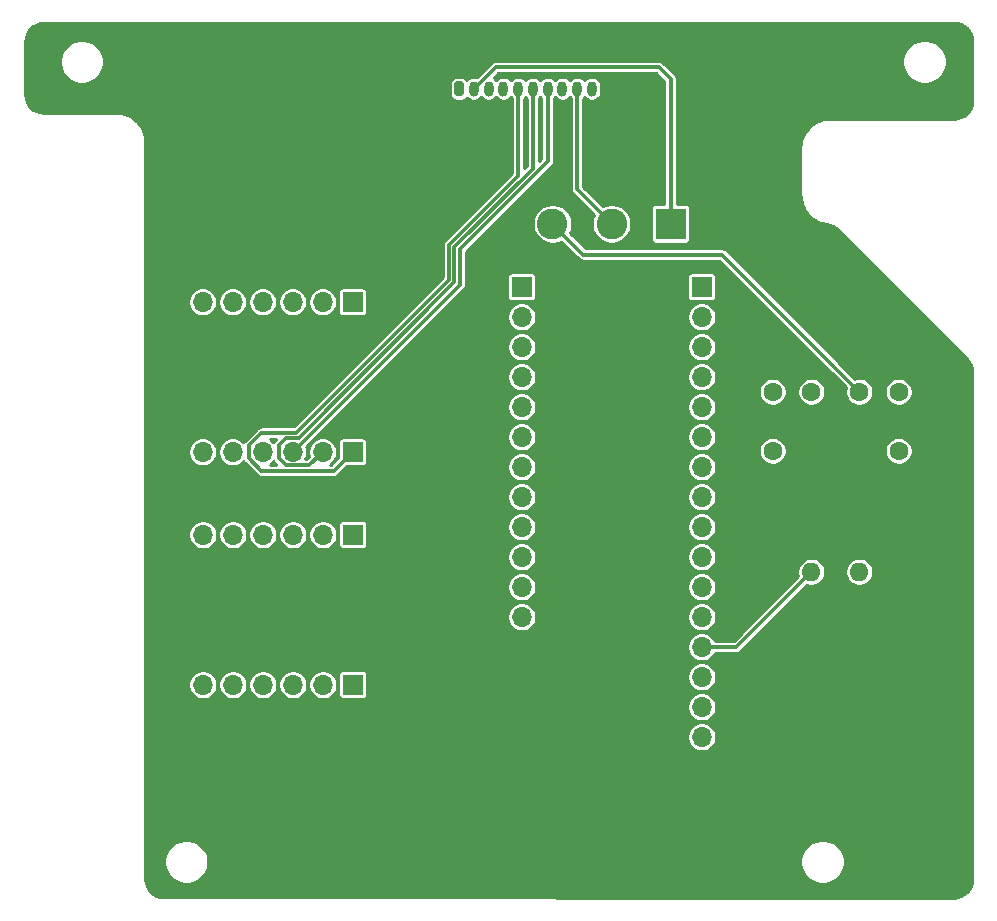
<source format=gbr>
%TF.GenerationSoftware,KiCad,Pcbnew,(5.1.10)-1*%
%TF.CreationDate,2023-09-09T18:53:20-05:00*%
%TF.ProjectId,brs_flight_computer,6272735f-666c-4696-9768-745f636f6d70,A*%
%TF.SameCoordinates,Original*%
%TF.FileFunction,Copper,L2,Bot*%
%TF.FilePolarity,Positive*%
%FSLAX46Y46*%
G04 Gerber Fmt 4.6, Leading zero omitted, Abs format (unit mm)*
G04 Created by KiCad (PCBNEW (5.1.10)-1) date 2023-09-09 18:53:20*
%MOMM*%
%LPD*%
G01*
G04 APERTURE LIST*
%TA.AperFunction,ComponentPad*%
%ADD10C,2.600000*%
%TD*%
%TA.AperFunction,ComponentPad*%
%ADD11R,2.600000X2.600000*%
%TD*%
%TA.AperFunction,ComponentPad*%
%ADD12O,1.600000X1.600000*%
%TD*%
%TA.AperFunction,ComponentPad*%
%ADD13C,1.600000*%
%TD*%
%TA.AperFunction,ComponentPad*%
%ADD14O,1.700000X1.700000*%
%TD*%
%TA.AperFunction,ComponentPad*%
%ADD15R,1.700000X1.700000*%
%TD*%
%TA.AperFunction,ComponentPad*%
%ADD16O,0.800000X1.300000*%
%TD*%
%TA.AperFunction,Conductor*%
%ADD17C,0.304800*%
%TD*%
%TA.AperFunction,NonConductor*%
%ADD18C,0.254000*%
%TD*%
%TA.AperFunction,NonConductor*%
%ADD19C,0.100000*%
%TD*%
G04 APERTURE END LIST*
D10*
%TO.P,J5,3*%
%TO.N,/NC_V*%
X154211000Y-88646000D03*
%TO.P,J5,2*%
%TO.N,VPP*%
X159211000Y-88646000D03*
D11*
%TO.P,J5,1*%
%TO.N,/NO_V*%
X164211000Y-88646000D03*
%TD*%
D12*
%TO.P,R2,2*%
%TO.N,GND*%
X176135000Y-118110000D03*
D13*
%TO.P,R2,1*%
%TO.N,/NO_V*%
X176135000Y-102870000D03*
%TD*%
D12*
%TO.P,R1,2*%
%TO.N,GND*%
X180185000Y-118110000D03*
D13*
%TO.P,R1,1*%
%TO.N,/NC_V*%
X180185000Y-102870000D03*
%TD*%
%TO.P,C2,2*%
%TO.N,GND*%
X172847000Y-107870000D03*
%TO.P,C2,1*%
%TO.N,/NO_V*%
X172847000Y-102870000D03*
%TD*%
%TO.P,C1,2*%
%TO.N,GND*%
X183515000Y-107870000D03*
%TO.P,C1,1*%
%TO.N,/NC_V*%
X183515000Y-102870000D03*
%TD*%
D14*
%TO.P,J8,6*%
%TO.N,Net-(J8-Pad6)*%
X124612400Y-114960400D03*
%TO.P,J8,5*%
%TO.N,Net-(J8-Pad5)*%
X127152400Y-114960400D03*
%TO.P,J8,4*%
%TO.N,Net-(J8-Pad4)*%
X129692400Y-114960400D03*
%TO.P,J8,3*%
%TO.N,Net-(J8-Pad3)*%
X132232400Y-114960400D03*
%TO.P,J8,2*%
%TO.N,Net-(J8-Pad2)*%
X134772400Y-114960400D03*
D15*
%TO.P,J8,1*%
%TO.N,Net-(J8-Pad1)*%
X137312400Y-114960400D03*
%TD*%
D14*
%TO.P,J7,6*%
%TO.N,VDDF*%
X124612400Y-127660400D03*
%TO.P,J7,5*%
%TO.N,Net-(J7-Pad5)*%
X127152400Y-127660400D03*
%TO.P,J7,4*%
%TO.N,GND*%
X129692400Y-127660400D03*
%TO.P,J7,3*%
%TO.N,/SCL*%
X132232400Y-127660400D03*
%TO.P,J7,2*%
%TO.N,/SDA*%
X134772400Y-127660400D03*
D15*
%TO.P,J7,1*%
%TO.N,Net-(J7-Pad1)*%
X137312400Y-127660400D03*
%TD*%
D14*
%TO.P,J6,12*%
%TO.N,Net-(J6-Pad12)*%
X151609000Y-121920000D03*
%TO.P,J6,11*%
%TO.N,Net-(J6-Pad11)*%
X151609000Y-119380000D03*
%TO.P,J6,10*%
%TO.N,Net-(J6-Pad10)*%
X151609000Y-116840000D03*
%TO.P,J6,9*%
%TO.N,Net-(J6-Pad9)*%
X151609000Y-114300000D03*
%TO.P,J6,8*%
%TO.N,Net-(J6-Pad8)*%
X151609000Y-111760000D03*
%TO.P,J6,7*%
%TO.N,Net-(J6-Pad7)*%
X151609000Y-109220000D03*
%TO.P,J6,6*%
%TO.N,Net-(J6-Pad6)*%
X151609000Y-106680000D03*
%TO.P,J6,5*%
%TO.N,Net-(J6-Pad5)*%
X151609000Y-104140000D03*
%TO.P,J6,4*%
%TO.N,Net-(J6-Pad4)*%
X151609000Y-101600000D03*
%TO.P,J6,3*%
%TO.N,Net-(J6-Pad3)*%
X151609000Y-99060000D03*
%TO.P,J6,2*%
%TO.N,Net-(J6-Pad2)*%
X151609000Y-96520000D03*
D15*
%TO.P,J6,1*%
%TO.N,Net-(J6-Pad1)*%
X151609000Y-93980000D03*
%TD*%
D14*
%TO.P,J4,16*%
%TO.N,Net-(J4-Pad16)*%
X166849000Y-132080000D03*
%TO.P,J4,15*%
%TO.N,VPP*%
X166849000Y-129540000D03*
%TO.P,J4,14*%
%TO.N,Net-(J4-Pad14)*%
X166849000Y-127000000D03*
%TO.P,J4,13*%
%TO.N,GND*%
X166849000Y-124460000D03*
%TO.P,J4,12*%
%TO.N,Net-(J4-Pad12)*%
X166849000Y-121920000D03*
%TO.P,J4,11*%
%TO.N,/SET*%
X166849000Y-119380000D03*
%TO.P,J4,10*%
%TO.N,/UNSET*%
X166849000Y-116840000D03*
%TO.P,J4,9*%
%TO.N,Net-(J4-Pad9)*%
X166849000Y-114300000D03*
%TO.P,J4,8*%
%TO.N,Net-(J4-Pad8)*%
X166849000Y-111760000D03*
%TO.P,J4,7*%
%TO.N,Net-(J4-Pad7)*%
X166849000Y-109220000D03*
%TO.P,J4,6*%
%TO.N,Net-(J4-Pad6)*%
X166849000Y-106680000D03*
%TO.P,J4,5*%
%TO.N,Net-(J4-Pad5)*%
X166849000Y-104140000D03*
%TO.P,J4,4*%
%TO.N,Net-(J4-Pad4)*%
X166849000Y-101600000D03*
%TO.P,J4,3*%
%TO.N,Net-(J4-Pad3)*%
X166849000Y-99060000D03*
%TO.P,J4,2*%
%TO.N,Net-(J4-Pad2)*%
X166849000Y-96520000D03*
D15*
%TO.P,J4,1*%
%TO.N,Net-(J4-Pad1)*%
X166849000Y-93980000D03*
%TD*%
D16*
%TO.P,J3,10*%
%TO.N,VDDF*%
X157554000Y-77216000D03*
%TO.P,J3,9*%
%TO.N,VPP*%
X156304000Y-77216000D03*
%TO.P,J3,8*%
%TO.N,GND*%
X155054000Y-77216000D03*
%TO.P,J3,7*%
%TO.N,/SCL*%
X153804000Y-77216000D03*
%TO.P,J3,6*%
%TO.N,/SDA*%
X152554000Y-77216000D03*
%TO.P,J3,5*%
%TO.N,/MAG_INT*%
X151304000Y-77216000D03*
%TO.P,J3,4*%
%TO.N,/SET*%
X150054000Y-77216000D03*
%TO.P,J3,3*%
%TO.N,/UNSET*%
X148804000Y-77216000D03*
%TO.P,J3,2*%
%TO.N,/NO_V*%
X147554000Y-77216000D03*
%TO.P,J3,1*%
%TO.N,/NC_V*%
%TA.AperFunction,ComponentPad*%
G36*
G01*
X145904000Y-77666000D02*
X145904000Y-76766000D01*
G75*
G02*
X146104000Y-76566000I200000J0D01*
G01*
X146504000Y-76566000D01*
G75*
G02*
X146704000Y-76766000I0J-200000D01*
G01*
X146704000Y-77666000D01*
G75*
G02*
X146504000Y-77866000I-200000J0D01*
G01*
X146104000Y-77866000D01*
G75*
G02*
X145904000Y-77666000I0J200000D01*
G01*
G37*
%TD.AperFunction*%
%TD*%
D14*
%TO.P,J2,6*%
%TO.N,Net-(J2-Pad6)*%
X124587000Y-95250000D03*
%TO.P,J2,5*%
%TO.N,Net-(J2-Pad5)*%
X127127000Y-95250000D03*
%TO.P,J2,4*%
%TO.N,Net-(J2-Pad4)*%
X129667000Y-95250000D03*
%TO.P,J2,3*%
%TO.N,Net-(J2-Pad3)*%
X132207000Y-95250000D03*
%TO.P,J2,2*%
%TO.N,Net-(J2-Pad2)*%
X134747000Y-95250000D03*
D15*
%TO.P,J2,1*%
%TO.N,Net-(J2-Pad1)*%
X137287000Y-95250000D03*
%TD*%
D14*
%TO.P,J1,6*%
%TO.N,VDDF*%
X124587000Y-107950000D03*
%TO.P,J1,5*%
%TO.N,Net-(J1-Pad5)*%
X127127000Y-107950000D03*
%TO.P,J1,4*%
%TO.N,GND*%
X129667000Y-107950000D03*
%TO.P,J1,3*%
%TO.N,/SCL*%
X132207000Y-107950000D03*
%TO.P,J1,2*%
%TO.N,/SDA*%
X134747000Y-107950000D03*
D15*
%TO.P,J1,1*%
%TO.N,/MAG_INT*%
X137287000Y-107950000D03*
%TD*%
D17*
%TO.N,GND*%
X169785000Y-124460000D02*
X176135000Y-118110000D01*
X166849000Y-124460000D02*
X169785000Y-124460000D01*
%TO.N,VPP*%
X156304000Y-85739000D02*
X159211000Y-88646000D01*
X156304000Y-77216000D02*
X156304000Y-85739000D01*
%TO.N,/SCL*%
X153804000Y-77216000D02*
X153804000Y-83368500D01*
X153804000Y-83368500D02*
X146367500Y-90805000D01*
X146367500Y-93789500D02*
X132207000Y-107950000D01*
X146367500Y-90805000D02*
X146367500Y-93789500D01*
%TO.N,/SDA*%
X131652695Y-109104801D02*
X133592199Y-109104801D01*
X131052199Y-107395695D02*
X131052199Y-108504305D01*
X131652695Y-106795199D02*
X131052199Y-107395695D01*
X132715209Y-106795199D02*
X131652695Y-106795199D01*
X133592199Y-109104801D02*
X134747000Y-107950000D01*
X145910290Y-93600118D02*
X132715209Y-106795199D01*
X145910290Y-90615618D02*
X145910290Y-93600118D01*
X131052199Y-108504305D02*
X131652695Y-109104801D01*
X152554000Y-83971908D02*
X145910290Y-90615618D01*
X152554000Y-77216000D02*
X152554000Y-83971908D01*
%TO.N,/MAG_INT*%
X135674989Y-109562011D02*
X137287000Y-107950000D01*
X128512199Y-107395695D02*
X128512199Y-108504305D01*
X129569904Y-106337990D02*
X128512199Y-107395695D01*
X128512199Y-108504305D02*
X129569905Y-109562011D01*
X132525827Y-106337989D02*
X129569904Y-106337990D01*
X145453080Y-93410736D02*
X132525827Y-106337989D01*
X129569905Y-109562011D02*
X135674989Y-109562011D01*
X145453080Y-90426236D02*
X145453080Y-93410736D01*
X151304000Y-84575316D02*
X145453080Y-90426236D01*
X151304000Y-77216000D02*
X151304000Y-84575316D01*
%TO.N,/NC_V*%
X154211000Y-88646000D02*
X156814500Y-91249500D01*
X168564500Y-91249500D02*
X180185000Y-102870000D01*
X156814500Y-91249500D02*
X168564500Y-91249500D01*
%TO.N,/NO_V*%
X147554000Y-77216000D02*
X149395500Y-75374500D01*
X149395500Y-75374500D02*
X163195000Y-75374500D01*
X164211000Y-76390500D02*
X164211000Y-88646000D01*
X163195000Y-75374500D02*
X164211000Y-76390500D01*
%TD*%
D18*
X188508592Y-71682156D02*
X188791971Y-71767713D01*
X189053325Y-71906678D01*
X189282715Y-72093764D01*
X189471396Y-72321841D01*
X189612183Y-72582222D01*
X189699715Y-72864990D01*
X189733000Y-73181675D01*
X189733001Y-78208468D01*
X189701808Y-78526592D01*
X189616253Y-78809967D01*
X189477287Y-79071324D01*
X189290202Y-79300713D01*
X189062124Y-79489396D01*
X188801744Y-79630183D01*
X188518974Y-79717715D01*
X188202288Y-79751000D01*
X177661574Y-79751000D01*
X177640091Y-79753116D01*
X177627642Y-79753029D01*
X177620958Y-79753684D01*
X177232765Y-79794485D01*
X177190065Y-79803251D01*
X177147238Y-79811420D01*
X177140808Y-79813361D01*
X176767934Y-79928785D01*
X176727733Y-79945684D01*
X176687324Y-79962010D01*
X176681394Y-79965163D01*
X176338039Y-80150814D01*
X176301902Y-80175189D01*
X176265417Y-80199064D01*
X176260212Y-80203309D01*
X175959457Y-80452116D01*
X175928738Y-80483050D01*
X175897592Y-80513551D01*
X175893311Y-80518726D01*
X175646610Y-80821211D01*
X175622479Y-80857531D01*
X175597855Y-80893493D01*
X175594660Y-80899401D01*
X175411411Y-81244043D01*
X175394819Y-81284299D01*
X175377623Y-81324420D01*
X175375637Y-81330835D01*
X175262819Y-81704507D01*
X175254354Y-81747261D01*
X175245288Y-81789914D01*
X175244586Y-81796593D01*
X175206496Y-82185062D01*
X175204200Y-82208375D01*
X175204201Y-86216299D01*
X175205330Y-86227757D01*
X175213932Y-86407118D01*
X175218528Y-86438447D01*
X175221119Y-86470010D01*
X175222365Y-86476610D01*
X175297457Y-86859650D01*
X175309971Y-86901383D01*
X175321915Y-86943338D01*
X175324420Y-86949570D01*
X175472480Y-87310729D01*
X175492864Y-87349241D01*
X175512729Y-87388073D01*
X175516395Y-87393699D01*
X175731786Y-87719222D01*
X175759269Y-87753049D01*
X175786290Y-87787274D01*
X175790980Y-87792082D01*
X176065497Y-88069570D01*
X176099000Y-88097392D01*
X176132181Y-88125740D01*
X176137716Y-88129545D01*
X176460901Y-88348427D01*
X176499240Y-88369250D01*
X176537227Y-88390575D01*
X176543390Y-88393230D01*
X176543394Y-88393232D01*
X176543398Y-88393233D01*
X176902941Y-88545171D01*
X176944553Y-88558138D01*
X176985997Y-88571691D01*
X176992564Y-88573100D01*
X177374774Y-88652310D01*
X177374776Y-88652310D01*
X177710806Y-88721950D01*
X177983463Y-88837171D01*
X178238731Y-89010055D01*
X178343430Y-89105663D01*
X189273263Y-100071642D01*
X189475738Y-100318971D01*
X189615187Y-100580076D01*
X189701264Y-100863291D01*
X189733000Y-101180947D01*
X189733001Y-144146431D01*
X189701808Y-144464555D01*
X189616253Y-144747930D01*
X189477287Y-145009287D01*
X189290202Y-145238676D01*
X189062124Y-145427359D01*
X188801744Y-145568146D01*
X188518974Y-145655678D01*
X188202314Y-145688960D01*
X121271321Y-145670607D01*
X120953137Y-145639408D01*
X120669762Y-145553853D01*
X120408405Y-145414887D01*
X120179016Y-145227802D01*
X119990333Y-144999724D01*
X119849546Y-144739344D01*
X119762014Y-144456574D01*
X119728742Y-144140015D01*
X119730656Y-142486083D01*
X121347033Y-142486083D01*
X121347033Y-142853843D01*
X121418780Y-143214537D01*
X121559516Y-143554303D01*
X121763832Y-143860085D01*
X122023878Y-144120131D01*
X122329660Y-144324447D01*
X122669426Y-144465183D01*
X123030120Y-144536930D01*
X123397880Y-144536930D01*
X123758574Y-144465183D01*
X124098340Y-144324447D01*
X124404122Y-144120131D01*
X124664168Y-143860085D01*
X124868484Y-143554303D01*
X125009220Y-143214537D01*
X125080967Y-142853843D01*
X125080967Y-142486083D01*
X175207733Y-142486083D01*
X175207733Y-142853843D01*
X175279480Y-143214537D01*
X175420216Y-143554303D01*
X175624532Y-143860085D01*
X175884578Y-144120131D01*
X176190360Y-144324447D01*
X176530126Y-144465183D01*
X176890820Y-144536930D01*
X177258580Y-144536930D01*
X177619274Y-144465183D01*
X177959040Y-144324447D01*
X178264822Y-144120131D01*
X178524868Y-143860085D01*
X178729184Y-143554303D01*
X178869920Y-143214537D01*
X178941667Y-142853843D01*
X178941667Y-142486083D01*
X178869920Y-142125389D01*
X178729184Y-141785623D01*
X178524868Y-141479841D01*
X178264822Y-141219795D01*
X177959040Y-141015479D01*
X177619274Y-140874743D01*
X177258580Y-140802996D01*
X176890820Y-140802996D01*
X176530126Y-140874743D01*
X176190360Y-141015479D01*
X175884578Y-141219795D01*
X175624532Y-141479841D01*
X175420216Y-141785623D01*
X175279480Y-142125389D01*
X175207733Y-142486083D01*
X125080967Y-142486083D01*
X125009220Y-142125389D01*
X124868484Y-141785623D01*
X124664168Y-141479841D01*
X124404122Y-141219795D01*
X124098340Y-141015479D01*
X123758574Y-140874743D01*
X123397880Y-140802996D01*
X123030120Y-140802996D01*
X122669426Y-140874743D01*
X122329660Y-141015479D01*
X122023878Y-141219795D01*
X121763832Y-141479841D01*
X121559516Y-141785623D01*
X121418780Y-142125389D01*
X121347033Y-142486083D01*
X119730656Y-142486083D01*
X119733973Y-139621468D01*
X119734000Y-139621190D01*
X119734000Y-139597821D01*
X119734027Y-139574495D01*
X119734000Y-139574218D01*
X119734000Y-131958757D01*
X165618000Y-131958757D01*
X165618000Y-132201243D01*
X165665307Y-132439069D01*
X165758102Y-132663097D01*
X165892820Y-132864717D01*
X166064283Y-133036180D01*
X166265903Y-133170898D01*
X166489931Y-133263693D01*
X166727757Y-133311000D01*
X166970243Y-133311000D01*
X167208069Y-133263693D01*
X167432097Y-133170898D01*
X167633717Y-133036180D01*
X167805180Y-132864717D01*
X167939898Y-132663097D01*
X168032693Y-132439069D01*
X168080000Y-132201243D01*
X168080000Y-131958757D01*
X168032693Y-131720931D01*
X167939898Y-131496903D01*
X167805180Y-131295283D01*
X167633717Y-131123820D01*
X167432097Y-130989102D01*
X167208069Y-130896307D01*
X166970243Y-130849000D01*
X166727757Y-130849000D01*
X166489931Y-130896307D01*
X166265903Y-130989102D01*
X166064283Y-131123820D01*
X165892820Y-131295283D01*
X165758102Y-131496903D01*
X165665307Y-131720931D01*
X165618000Y-131958757D01*
X119734000Y-131958757D01*
X119734000Y-129418757D01*
X165618000Y-129418757D01*
X165618000Y-129661243D01*
X165665307Y-129899069D01*
X165758102Y-130123097D01*
X165892820Y-130324717D01*
X166064283Y-130496180D01*
X166265903Y-130630898D01*
X166489931Y-130723693D01*
X166727757Y-130771000D01*
X166970243Y-130771000D01*
X167208069Y-130723693D01*
X167432097Y-130630898D01*
X167633717Y-130496180D01*
X167805180Y-130324717D01*
X167939898Y-130123097D01*
X168032693Y-129899069D01*
X168080000Y-129661243D01*
X168080000Y-129418757D01*
X168032693Y-129180931D01*
X167939898Y-128956903D01*
X167805180Y-128755283D01*
X167633717Y-128583820D01*
X167432097Y-128449102D01*
X167208069Y-128356307D01*
X166970243Y-128309000D01*
X166727757Y-128309000D01*
X166489931Y-128356307D01*
X166265903Y-128449102D01*
X166064283Y-128583820D01*
X165892820Y-128755283D01*
X165758102Y-128956903D01*
X165665307Y-129180931D01*
X165618000Y-129418757D01*
X119734000Y-129418757D01*
X119734000Y-127539157D01*
X123381400Y-127539157D01*
X123381400Y-127781643D01*
X123428707Y-128019469D01*
X123521502Y-128243497D01*
X123656220Y-128445117D01*
X123827683Y-128616580D01*
X124029303Y-128751298D01*
X124253331Y-128844093D01*
X124491157Y-128891400D01*
X124733643Y-128891400D01*
X124971469Y-128844093D01*
X125195497Y-128751298D01*
X125397117Y-128616580D01*
X125568580Y-128445117D01*
X125703298Y-128243497D01*
X125796093Y-128019469D01*
X125843400Y-127781643D01*
X125843400Y-127539157D01*
X125921400Y-127539157D01*
X125921400Y-127781643D01*
X125968707Y-128019469D01*
X126061502Y-128243497D01*
X126196220Y-128445117D01*
X126367683Y-128616580D01*
X126569303Y-128751298D01*
X126793331Y-128844093D01*
X127031157Y-128891400D01*
X127273643Y-128891400D01*
X127511469Y-128844093D01*
X127735497Y-128751298D01*
X127937117Y-128616580D01*
X128108580Y-128445117D01*
X128243298Y-128243497D01*
X128336093Y-128019469D01*
X128383400Y-127781643D01*
X128383400Y-127539157D01*
X128461400Y-127539157D01*
X128461400Y-127781643D01*
X128508707Y-128019469D01*
X128601502Y-128243497D01*
X128736220Y-128445117D01*
X128907683Y-128616580D01*
X129109303Y-128751298D01*
X129333331Y-128844093D01*
X129571157Y-128891400D01*
X129813643Y-128891400D01*
X130051469Y-128844093D01*
X130275497Y-128751298D01*
X130477117Y-128616580D01*
X130648580Y-128445117D01*
X130783298Y-128243497D01*
X130876093Y-128019469D01*
X130923400Y-127781643D01*
X130923400Y-127539157D01*
X131001400Y-127539157D01*
X131001400Y-127781643D01*
X131048707Y-128019469D01*
X131141502Y-128243497D01*
X131276220Y-128445117D01*
X131447683Y-128616580D01*
X131649303Y-128751298D01*
X131873331Y-128844093D01*
X132111157Y-128891400D01*
X132353643Y-128891400D01*
X132591469Y-128844093D01*
X132815497Y-128751298D01*
X133017117Y-128616580D01*
X133188580Y-128445117D01*
X133323298Y-128243497D01*
X133416093Y-128019469D01*
X133463400Y-127781643D01*
X133463400Y-127539157D01*
X133541400Y-127539157D01*
X133541400Y-127781643D01*
X133588707Y-128019469D01*
X133681502Y-128243497D01*
X133816220Y-128445117D01*
X133987683Y-128616580D01*
X134189303Y-128751298D01*
X134413331Y-128844093D01*
X134651157Y-128891400D01*
X134893643Y-128891400D01*
X135131469Y-128844093D01*
X135355497Y-128751298D01*
X135557117Y-128616580D01*
X135728580Y-128445117D01*
X135863298Y-128243497D01*
X135956093Y-128019469D01*
X136003400Y-127781643D01*
X136003400Y-127539157D01*
X135956093Y-127301331D01*
X135863298Y-127077303D01*
X135728580Y-126875683D01*
X135663297Y-126810400D01*
X136079557Y-126810400D01*
X136079557Y-128510400D01*
X136086913Y-128585089D01*
X136108699Y-128656908D01*
X136144078Y-128723096D01*
X136191689Y-128781111D01*
X136249704Y-128828722D01*
X136315892Y-128864101D01*
X136387711Y-128885887D01*
X136462400Y-128893243D01*
X138162400Y-128893243D01*
X138237089Y-128885887D01*
X138308908Y-128864101D01*
X138375096Y-128828722D01*
X138433111Y-128781111D01*
X138480722Y-128723096D01*
X138516101Y-128656908D01*
X138537887Y-128585089D01*
X138545243Y-128510400D01*
X138545243Y-126878757D01*
X165618000Y-126878757D01*
X165618000Y-127121243D01*
X165665307Y-127359069D01*
X165758102Y-127583097D01*
X165892820Y-127784717D01*
X166064283Y-127956180D01*
X166265903Y-128090898D01*
X166489931Y-128183693D01*
X166727757Y-128231000D01*
X166970243Y-128231000D01*
X167208069Y-128183693D01*
X167432097Y-128090898D01*
X167633717Y-127956180D01*
X167805180Y-127784717D01*
X167939898Y-127583097D01*
X168032693Y-127359069D01*
X168080000Y-127121243D01*
X168080000Y-126878757D01*
X168032693Y-126640931D01*
X167939898Y-126416903D01*
X167805180Y-126215283D01*
X167633717Y-126043820D01*
X167432097Y-125909102D01*
X167208069Y-125816307D01*
X166970243Y-125769000D01*
X166727757Y-125769000D01*
X166489931Y-125816307D01*
X166265903Y-125909102D01*
X166064283Y-126043820D01*
X165892820Y-126215283D01*
X165758102Y-126416903D01*
X165665307Y-126640931D01*
X165618000Y-126878757D01*
X138545243Y-126878757D01*
X138545243Y-126810400D01*
X138537887Y-126735711D01*
X138516101Y-126663892D01*
X138480722Y-126597704D01*
X138433111Y-126539689D01*
X138375096Y-126492078D01*
X138308908Y-126456699D01*
X138237089Y-126434913D01*
X138162400Y-126427557D01*
X136462400Y-126427557D01*
X136387711Y-126434913D01*
X136315892Y-126456699D01*
X136249704Y-126492078D01*
X136191689Y-126539689D01*
X136144078Y-126597704D01*
X136108699Y-126663892D01*
X136086913Y-126735711D01*
X136079557Y-126810400D01*
X135663297Y-126810400D01*
X135557117Y-126704220D01*
X135355497Y-126569502D01*
X135131469Y-126476707D01*
X134893643Y-126429400D01*
X134651157Y-126429400D01*
X134413331Y-126476707D01*
X134189303Y-126569502D01*
X133987683Y-126704220D01*
X133816220Y-126875683D01*
X133681502Y-127077303D01*
X133588707Y-127301331D01*
X133541400Y-127539157D01*
X133463400Y-127539157D01*
X133416093Y-127301331D01*
X133323298Y-127077303D01*
X133188580Y-126875683D01*
X133017117Y-126704220D01*
X132815497Y-126569502D01*
X132591469Y-126476707D01*
X132353643Y-126429400D01*
X132111157Y-126429400D01*
X131873331Y-126476707D01*
X131649303Y-126569502D01*
X131447683Y-126704220D01*
X131276220Y-126875683D01*
X131141502Y-127077303D01*
X131048707Y-127301331D01*
X131001400Y-127539157D01*
X130923400Y-127539157D01*
X130876093Y-127301331D01*
X130783298Y-127077303D01*
X130648580Y-126875683D01*
X130477117Y-126704220D01*
X130275497Y-126569502D01*
X130051469Y-126476707D01*
X129813643Y-126429400D01*
X129571157Y-126429400D01*
X129333331Y-126476707D01*
X129109303Y-126569502D01*
X128907683Y-126704220D01*
X128736220Y-126875683D01*
X128601502Y-127077303D01*
X128508707Y-127301331D01*
X128461400Y-127539157D01*
X128383400Y-127539157D01*
X128336093Y-127301331D01*
X128243298Y-127077303D01*
X128108580Y-126875683D01*
X127937117Y-126704220D01*
X127735497Y-126569502D01*
X127511469Y-126476707D01*
X127273643Y-126429400D01*
X127031157Y-126429400D01*
X126793331Y-126476707D01*
X126569303Y-126569502D01*
X126367683Y-126704220D01*
X126196220Y-126875683D01*
X126061502Y-127077303D01*
X125968707Y-127301331D01*
X125921400Y-127539157D01*
X125843400Y-127539157D01*
X125796093Y-127301331D01*
X125703298Y-127077303D01*
X125568580Y-126875683D01*
X125397117Y-126704220D01*
X125195497Y-126569502D01*
X124971469Y-126476707D01*
X124733643Y-126429400D01*
X124491157Y-126429400D01*
X124253331Y-126476707D01*
X124029303Y-126569502D01*
X123827683Y-126704220D01*
X123656220Y-126875683D01*
X123521502Y-127077303D01*
X123428707Y-127301331D01*
X123381400Y-127539157D01*
X119734000Y-127539157D01*
X119734000Y-124338757D01*
X165618000Y-124338757D01*
X165618000Y-124581243D01*
X165665307Y-124819069D01*
X165758102Y-125043097D01*
X165892820Y-125244717D01*
X166064283Y-125416180D01*
X166265903Y-125550898D01*
X166489931Y-125643693D01*
X166727757Y-125691000D01*
X166970243Y-125691000D01*
X167208069Y-125643693D01*
X167432097Y-125550898D01*
X167633717Y-125416180D01*
X167805180Y-125244717D01*
X167939898Y-125043097D01*
X167960483Y-124993400D01*
X169758813Y-124993400D01*
X169785000Y-124995979D01*
X169811187Y-124993400D01*
X169811195Y-124993400D01*
X169889565Y-124985681D01*
X169990111Y-124955181D01*
X170082775Y-124905651D01*
X170163995Y-124838995D01*
X170180696Y-124818645D01*
X175764503Y-119234839D01*
X175790515Y-119245614D01*
X176018682Y-119291000D01*
X176251318Y-119291000D01*
X176479485Y-119245614D01*
X176694413Y-119156588D01*
X176887843Y-119027342D01*
X177052342Y-118862843D01*
X177181588Y-118669413D01*
X177270614Y-118454485D01*
X177316000Y-118226318D01*
X177316000Y-117993682D01*
X179004000Y-117993682D01*
X179004000Y-118226318D01*
X179049386Y-118454485D01*
X179138412Y-118669413D01*
X179267658Y-118862843D01*
X179432157Y-119027342D01*
X179625587Y-119156588D01*
X179840515Y-119245614D01*
X180068682Y-119291000D01*
X180301318Y-119291000D01*
X180529485Y-119245614D01*
X180744413Y-119156588D01*
X180937843Y-119027342D01*
X181102342Y-118862843D01*
X181231588Y-118669413D01*
X181320614Y-118454485D01*
X181366000Y-118226318D01*
X181366000Y-117993682D01*
X181320614Y-117765515D01*
X181231588Y-117550587D01*
X181102342Y-117357157D01*
X180937843Y-117192658D01*
X180744413Y-117063412D01*
X180529485Y-116974386D01*
X180301318Y-116929000D01*
X180068682Y-116929000D01*
X179840515Y-116974386D01*
X179625587Y-117063412D01*
X179432157Y-117192658D01*
X179267658Y-117357157D01*
X179138412Y-117550587D01*
X179049386Y-117765515D01*
X179004000Y-117993682D01*
X177316000Y-117993682D01*
X177270614Y-117765515D01*
X177181588Y-117550587D01*
X177052342Y-117357157D01*
X176887843Y-117192658D01*
X176694413Y-117063412D01*
X176479485Y-116974386D01*
X176251318Y-116929000D01*
X176018682Y-116929000D01*
X175790515Y-116974386D01*
X175575587Y-117063412D01*
X175382157Y-117192658D01*
X175217658Y-117357157D01*
X175088412Y-117550587D01*
X174999386Y-117765515D01*
X174954000Y-117993682D01*
X174954000Y-118226318D01*
X174999386Y-118454485D01*
X175010161Y-118480497D01*
X169564059Y-123926600D01*
X167960483Y-123926600D01*
X167939898Y-123876903D01*
X167805180Y-123675283D01*
X167633717Y-123503820D01*
X167432097Y-123369102D01*
X167208069Y-123276307D01*
X166970243Y-123229000D01*
X166727757Y-123229000D01*
X166489931Y-123276307D01*
X166265903Y-123369102D01*
X166064283Y-123503820D01*
X165892820Y-123675283D01*
X165758102Y-123876903D01*
X165665307Y-124100931D01*
X165618000Y-124338757D01*
X119734000Y-124338757D01*
X119734000Y-121798757D01*
X150378000Y-121798757D01*
X150378000Y-122041243D01*
X150425307Y-122279069D01*
X150518102Y-122503097D01*
X150652820Y-122704717D01*
X150824283Y-122876180D01*
X151025903Y-123010898D01*
X151249931Y-123103693D01*
X151487757Y-123151000D01*
X151730243Y-123151000D01*
X151968069Y-123103693D01*
X152192097Y-123010898D01*
X152393717Y-122876180D01*
X152565180Y-122704717D01*
X152699898Y-122503097D01*
X152792693Y-122279069D01*
X152840000Y-122041243D01*
X152840000Y-121798757D01*
X165618000Y-121798757D01*
X165618000Y-122041243D01*
X165665307Y-122279069D01*
X165758102Y-122503097D01*
X165892820Y-122704717D01*
X166064283Y-122876180D01*
X166265903Y-123010898D01*
X166489931Y-123103693D01*
X166727757Y-123151000D01*
X166970243Y-123151000D01*
X167208069Y-123103693D01*
X167432097Y-123010898D01*
X167633717Y-122876180D01*
X167805180Y-122704717D01*
X167939898Y-122503097D01*
X168032693Y-122279069D01*
X168080000Y-122041243D01*
X168080000Y-121798757D01*
X168032693Y-121560931D01*
X167939898Y-121336903D01*
X167805180Y-121135283D01*
X167633717Y-120963820D01*
X167432097Y-120829102D01*
X167208069Y-120736307D01*
X166970243Y-120689000D01*
X166727757Y-120689000D01*
X166489931Y-120736307D01*
X166265903Y-120829102D01*
X166064283Y-120963820D01*
X165892820Y-121135283D01*
X165758102Y-121336903D01*
X165665307Y-121560931D01*
X165618000Y-121798757D01*
X152840000Y-121798757D01*
X152792693Y-121560931D01*
X152699898Y-121336903D01*
X152565180Y-121135283D01*
X152393717Y-120963820D01*
X152192097Y-120829102D01*
X151968069Y-120736307D01*
X151730243Y-120689000D01*
X151487757Y-120689000D01*
X151249931Y-120736307D01*
X151025903Y-120829102D01*
X150824283Y-120963820D01*
X150652820Y-121135283D01*
X150518102Y-121336903D01*
X150425307Y-121560931D01*
X150378000Y-121798757D01*
X119734000Y-121798757D01*
X119734000Y-119258757D01*
X150378000Y-119258757D01*
X150378000Y-119501243D01*
X150425307Y-119739069D01*
X150518102Y-119963097D01*
X150652820Y-120164717D01*
X150824283Y-120336180D01*
X151025903Y-120470898D01*
X151249931Y-120563693D01*
X151487757Y-120611000D01*
X151730243Y-120611000D01*
X151968069Y-120563693D01*
X152192097Y-120470898D01*
X152393717Y-120336180D01*
X152565180Y-120164717D01*
X152699898Y-119963097D01*
X152792693Y-119739069D01*
X152840000Y-119501243D01*
X152840000Y-119258757D01*
X165618000Y-119258757D01*
X165618000Y-119501243D01*
X165665307Y-119739069D01*
X165758102Y-119963097D01*
X165892820Y-120164717D01*
X166064283Y-120336180D01*
X166265903Y-120470898D01*
X166489931Y-120563693D01*
X166727757Y-120611000D01*
X166970243Y-120611000D01*
X167208069Y-120563693D01*
X167432097Y-120470898D01*
X167633717Y-120336180D01*
X167805180Y-120164717D01*
X167939898Y-119963097D01*
X168032693Y-119739069D01*
X168080000Y-119501243D01*
X168080000Y-119258757D01*
X168032693Y-119020931D01*
X167939898Y-118796903D01*
X167805180Y-118595283D01*
X167633717Y-118423820D01*
X167432097Y-118289102D01*
X167208069Y-118196307D01*
X166970243Y-118149000D01*
X166727757Y-118149000D01*
X166489931Y-118196307D01*
X166265903Y-118289102D01*
X166064283Y-118423820D01*
X165892820Y-118595283D01*
X165758102Y-118796903D01*
X165665307Y-119020931D01*
X165618000Y-119258757D01*
X152840000Y-119258757D01*
X152792693Y-119020931D01*
X152699898Y-118796903D01*
X152565180Y-118595283D01*
X152393717Y-118423820D01*
X152192097Y-118289102D01*
X151968069Y-118196307D01*
X151730243Y-118149000D01*
X151487757Y-118149000D01*
X151249931Y-118196307D01*
X151025903Y-118289102D01*
X150824283Y-118423820D01*
X150652820Y-118595283D01*
X150518102Y-118796903D01*
X150425307Y-119020931D01*
X150378000Y-119258757D01*
X119734000Y-119258757D01*
X119734000Y-116718757D01*
X150378000Y-116718757D01*
X150378000Y-116961243D01*
X150425307Y-117199069D01*
X150518102Y-117423097D01*
X150652820Y-117624717D01*
X150824283Y-117796180D01*
X151025903Y-117930898D01*
X151249931Y-118023693D01*
X151487757Y-118071000D01*
X151730243Y-118071000D01*
X151968069Y-118023693D01*
X152192097Y-117930898D01*
X152393717Y-117796180D01*
X152565180Y-117624717D01*
X152699898Y-117423097D01*
X152792693Y-117199069D01*
X152840000Y-116961243D01*
X152840000Y-116718757D01*
X165618000Y-116718757D01*
X165618000Y-116961243D01*
X165665307Y-117199069D01*
X165758102Y-117423097D01*
X165892820Y-117624717D01*
X166064283Y-117796180D01*
X166265903Y-117930898D01*
X166489931Y-118023693D01*
X166727757Y-118071000D01*
X166970243Y-118071000D01*
X167208069Y-118023693D01*
X167432097Y-117930898D01*
X167633717Y-117796180D01*
X167805180Y-117624717D01*
X167939898Y-117423097D01*
X168032693Y-117199069D01*
X168080000Y-116961243D01*
X168080000Y-116718757D01*
X168032693Y-116480931D01*
X167939898Y-116256903D01*
X167805180Y-116055283D01*
X167633717Y-115883820D01*
X167432097Y-115749102D01*
X167208069Y-115656307D01*
X166970243Y-115609000D01*
X166727757Y-115609000D01*
X166489931Y-115656307D01*
X166265903Y-115749102D01*
X166064283Y-115883820D01*
X165892820Y-116055283D01*
X165758102Y-116256903D01*
X165665307Y-116480931D01*
X165618000Y-116718757D01*
X152840000Y-116718757D01*
X152792693Y-116480931D01*
X152699898Y-116256903D01*
X152565180Y-116055283D01*
X152393717Y-115883820D01*
X152192097Y-115749102D01*
X151968069Y-115656307D01*
X151730243Y-115609000D01*
X151487757Y-115609000D01*
X151249931Y-115656307D01*
X151025903Y-115749102D01*
X150824283Y-115883820D01*
X150652820Y-116055283D01*
X150518102Y-116256903D01*
X150425307Y-116480931D01*
X150378000Y-116718757D01*
X119734000Y-116718757D01*
X119734000Y-114839157D01*
X123381400Y-114839157D01*
X123381400Y-115081643D01*
X123428707Y-115319469D01*
X123521502Y-115543497D01*
X123656220Y-115745117D01*
X123827683Y-115916580D01*
X124029303Y-116051298D01*
X124253331Y-116144093D01*
X124491157Y-116191400D01*
X124733643Y-116191400D01*
X124971469Y-116144093D01*
X125195497Y-116051298D01*
X125397117Y-115916580D01*
X125568580Y-115745117D01*
X125703298Y-115543497D01*
X125796093Y-115319469D01*
X125843400Y-115081643D01*
X125843400Y-114839157D01*
X125921400Y-114839157D01*
X125921400Y-115081643D01*
X125968707Y-115319469D01*
X126061502Y-115543497D01*
X126196220Y-115745117D01*
X126367683Y-115916580D01*
X126569303Y-116051298D01*
X126793331Y-116144093D01*
X127031157Y-116191400D01*
X127273643Y-116191400D01*
X127511469Y-116144093D01*
X127735497Y-116051298D01*
X127937117Y-115916580D01*
X128108580Y-115745117D01*
X128243298Y-115543497D01*
X128336093Y-115319469D01*
X128383400Y-115081643D01*
X128383400Y-114839157D01*
X128461400Y-114839157D01*
X128461400Y-115081643D01*
X128508707Y-115319469D01*
X128601502Y-115543497D01*
X128736220Y-115745117D01*
X128907683Y-115916580D01*
X129109303Y-116051298D01*
X129333331Y-116144093D01*
X129571157Y-116191400D01*
X129813643Y-116191400D01*
X130051469Y-116144093D01*
X130275497Y-116051298D01*
X130477117Y-115916580D01*
X130648580Y-115745117D01*
X130783298Y-115543497D01*
X130876093Y-115319469D01*
X130923400Y-115081643D01*
X130923400Y-114839157D01*
X131001400Y-114839157D01*
X131001400Y-115081643D01*
X131048707Y-115319469D01*
X131141502Y-115543497D01*
X131276220Y-115745117D01*
X131447683Y-115916580D01*
X131649303Y-116051298D01*
X131873331Y-116144093D01*
X132111157Y-116191400D01*
X132353643Y-116191400D01*
X132591469Y-116144093D01*
X132815497Y-116051298D01*
X133017117Y-115916580D01*
X133188580Y-115745117D01*
X133323298Y-115543497D01*
X133416093Y-115319469D01*
X133463400Y-115081643D01*
X133463400Y-114839157D01*
X133541400Y-114839157D01*
X133541400Y-115081643D01*
X133588707Y-115319469D01*
X133681502Y-115543497D01*
X133816220Y-115745117D01*
X133987683Y-115916580D01*
X134189303Y-116051298D01*
X134413331Y-116144093D01*
X134651157Y-116191400D01*
X134893643Y-116191400D01*
X135131469Y-116144093D01*
X135355497Y-116051298D01*
X135557117Y-115916580D01*
X135728580Y-115745117D01*
X135863298Y-115543497D01*
X135956093Y-115319469D01*
X136003400Y-115081643D01*
X136003400Y-114839157D01*
X135956093Y-114601331D01*
X135863298Y-114377303D01*
X135728580Y-114175683D01*
X135663297Y-114110400D01*
X136079557Y-114110400D01*
X136079557Y-115810400D01*
X136086913Y-115885089D01*
X136108699Y-115956908D01*
X136144078Y-116023096D01*
X136191689Y-116081111D01*
X136249704Y-116128722D01*
X136315892Y-116164101D01*
X136387711Y-116185887D01*
X136462400Y-116193243D01*
X138162400Y-116193243D01*
X138237089Y-116185887D01*
X138308908Y-116164101D01*
X138375096Y-116128722D01*
X138433111Y-116081111D01*
X138480722Y-116023096D01*
X138516101Y-115956908D01*
X138537887Y-115885089D01*
X138545243Y-115810400D01*
X138545243Y-114178757D01*
X150378000Y-114178757D01*
X150378000Y-114421243D01*
X150425307Y-114659069D01*
X150518102Y-114883097D01*
X150652820Y-115084717D01*
X150824283Y-115256180D01*
X151025903Y-115390898D01*
X151249931Y-115483693D01*
X151487757Y-115531000D01*
X151730243Y-115531000D01*
X151968069Y-115483693D01*
X152192097Y-115390898D01*
X152393717Y-115256180D01*
X152565180Y-115084717D01*
X152699898Y-114883097D01*
X152792693Y-114659069D01*
X152840000Y-114421243D01*
X152840000Y-114178757D01*
X165618000Y-114178757D01*
X165618000Y-114421243D01*
X165665307Y-114659069D01*
X165758102Y-114883097D01*
X165892820Y-115084717D01*
X166064283Y-115256180D01*
X166265903Y-115390898D01*
X166489931Y-115483693D01*
X166727757Y-115531000D01*
X166970243Y-115531000D01*
X167208069Y-115483693D01*
X167432097Y-115390898D01*
X167633717Y-115256180D01*
X167805180Y-115084717D01*
X167939898Y-114883097D01*
X168032693Y-114659069D01*
X168080000Y-114421243D01*
X168080000Y-114178757D01*
X168032693Y-113940931D01*
X167939898Y-113716903D01*
X167805180Y-113515283D01*
X167633717Y-113343820D01*
X167432097Y-113209102D01*
X167208069Y-113116307D01*
X166970243Y-113069000D01*
X166727757Y-113069000D01*
X166489931Y-113116307D01*
X166265903Y-113209102D01*
X166064283Y-113343820D01*
X165892820Y-113515283D01*
X165758102Y-113716903D01*
X165665307Y-113940931D01*
X165618000Y-114178757D01*
X152840000Y-114178757D01*
X152792693Y-113940931D01*
X152699898Y-113716903D01*
X152565180Y-113515283D01*
X152393717Y-113343820D01*
X152192097Y-113209102D01*
X151968069Y-113116307D01*
X151730243Y-113069000D01*
X151487757Y-113069000D01*
X151249931Y-113116307D01*
X151025903Y-113209102D01*
X150824283Y-113343820D01*
X150652820Y-113515283D01*
X150518102Y-113716903D01*
X150425307Y-113940931D01*
X150378000Y-114178757D01*
X138545243Y-114178757D01*
X138545243Y-114110400D01*
X138537887Y-114035711D01*
X138516101Y-113963892D01*
X138480722Y-113897704D01*
X138433111Y-113839689D01*
X138375096Y-113792078D01*
X138308908Y-113756699D01*
X138237089Y-113734913D01*
X138162400Y-113727557D01*
X136462400Y-113727557D01*
X136387711Y-113734913D01*
X136315892Y-113756699D01*
X136249704Y-113792078D01*
X136191689Y-113839689D01*
X136144078Y-113897704D01*
X136108699Y-113963892D01*
X136086913Y-114035711D01*
X136079557Y-114110400D01*
X135663297Y-114110400D01*
X135557117Y-114004220D01*
X135355497Y-113869502D01*
X135131469Y-113776707D01*
X134893643Y-113729400D01*
X134651157Y-113729400D01*
X134413331Y-113776707D01*
X134189303Y-113869502D01*
X133987683Y-114004220D01*
X133816220Y-114175683D01*
X133681502Y-114377303D01*
X133588707Y-114601331D01*
X133541400Y-114839157D01*
X133463400Y-114839157D01*
X133416093Y-114601331D01*
X133323298Y-114377303D01*
X133188580Y-114175683D01*
X133017117Y-114004220D01*
X132815497Y-113869502D01*
X132591469Y-113776707D01*
X132353643Y-113729400D01*
X132111157Y-113729400D01*
X131873331Y-113776707D01*
X131649303Y-113869502D01*
X131447683Y-114004220D01*
X131276220Y-114175683D01*
X131141502Y-114377303D01*
X131048707Y-114601331D01*
X131001400Y-114839157D01*
X130923400Y-114839157D01*
X130876093Y-114601331D01*
X130783298Y-114377303D01*
X130648580Y-114175683D01*
X130477117Y-114004220D01*
X130275497Y-113869502D01*
X130051469Y-113776707D01*
X129813643Y-113729400D01*
X129571157Y-113729400D01*
X129333331Y-113776707D01*
X129109303Y-113869502D01*
X128907683Y-114004220D01*
X128736220Y-114175683D01*
X128601502Y-114377303D01*
X128508707Y-114601331D01*
X128461400Y-114839157D01*
X128383400Y-114839157D01*
X128336093Y-114601331D01*
X128243298Y-114377303D01*
X128108580Y-114175683D01*
X127937117Y-114004220D01*
X127735497Y-113869502D01*
X127511469Y-113776707D01*
X127273643Y-113729400D01*
X127031157Y-113729400D01*
X126793331Y-113776707D01*
X126569303Y-113869502D01*
X126367683Y-114004220D01*
X126196220Y-114175683D01*
X126061502Y-114377303D01*
X125968707Y-114601331D01*
X125921400Y-114839157D01*
X125843400Y-114839157D01*
X125796093Y-114601331D01*
X125703298Y-114377303D01*
X125568580Y-114175683D01*
X125397117Y-114004220D01*
X125195497Y-113869502D01*
X124971469Y-113776707D01*
X124733643Y-113729400D01*
X124491157Y-113729400D01*
X124253331Y-113776707D01*
X124029303Y-113869502D01*
X123827683Y-114004220D01*
X123656220Y-114175683D01*
X123521502Y-114377303D01*
X123428707Y-114601331D01*
X123381400Y-114839157D01*
X119734000Y-114839157D01*
X119734000Y-111638757D01*
X150378000Y-111638757D01*
X150378000Y-111881243D01*
X150425307Y-112119069D01*
X150518102Y-112343097D01*
X150652820Y-112544717D01*
X150824283Y-112716180D01*
X151025903Y-112850898D01*
X151249931Y-112943693D01*
X151487757Y-112991000D01*
X151730243Y-112991000D01*
X151968069Y-112943693D01*
X152192097Y-112850898D01*
X152393717Y-112716180D01*
X152565180Y-112544717D01*
X152699898Y-112343097D01*
X152792693Y-112119069D01*
X152840000Y-111881243D01*
X152840000Y-111638757D01*
X165618000Y-111638757D01*
X165618000Y-111881243D01*
X165665307Y-112119069D01*
X165758102Y-112343097D01*
X165892820Y-112544717D01*
X166064283Y-112716180D01*
X166265903Y-112850898D01*
X166489931Y-112943693D01*
X166727757Y-112991000D01*
X166970243Y-112991000D01*
X167208069Y-112943693D01*
X167432097Y-112850898D01*
X167633717Y-112716180D01*
X167805180Y-112544717D01*
X167939898Y-112343097D01*
X168032693Y-112119069D01*
X168080000Y-111881243D01*
X168080000Y-111638757D01*
X168032693Y-111400931D01*
X167939898Y-111176903D01*
X167805180Y-110975283D01*
X167633717Y-110803820D01*
X167432097Y-110669102D01*
X167208069Y-110576307D01*
X166970243Y-110529000D01*
X166727757Y-110529000D01*
X166489931Y-110576307D01*
X166265903Y-110669102D01*
X166064283Y-110803820D01*
X165892820Y-110975283D01*
X165758102Y-111176903D01*
X165665307Y-111400931D01*
X165618000Y-111638757D01*
X152840000Y-111638757D01*
X152792693Y-111400931D01*
X152699898Y-111176903D01*
X152565180Y-110975283D01*
X152393717Y-110803820D01*
X152192097Y-110669102D01*
X151968069Y-110576307D01*
X151730243Y-110529000D01*
X151487757Y-110529000D01*
X151249931Y-110576307D01*
X151025903Y-110669102D01*
X150824283Y-110803820D01*
X150652820Y-110975283D01*
X150518102Y-111176903D01*
X150425307Y-111400931D01*
X150378000Y-111638757D01*
X119734000Y-111638757D01*
X119734000Y-107828757D01*
X123356000Y-107828757D01*
X123356000Y-108071243D01*
X123403307Y-108309069D01*
X123496102Y-108533097D01*
X123630820Y-108734717D01*
X123802283Y-108906180D01*
X124003903Y-109040898D01*
X124227931Y-109133693D01*
X124465757Y-109181000D01*
X124708243Y-109181000D01*
X124946069Y-109133693D01*
X125170097Y-109040898D01*
X125371717Y-108906180D01*
X125543180Y-108734717D01*
X125677898Y-108533097D01*
X125770693Y-108309069D01*
X125818000Y-108071243D01*
X125818000Y-107828757D01*
X125896000Y-107828757D01*
X125896000Y-108071243D01*
X125943307Y-108309069D01*
X126036102Y-108533097D01*
X126170820Y-108734717D01*
X126342283Y-108906180D01*
X126543903Y-109040898D01*
X126767931Y-109133693D01*
X127005757Y-109181000D01*
X127248243Y-109181000D01*
X127486069Y-109133693D01*
X127710097Y-109040898D01*
X127911717Y-108906180D01*
X128048878Y-108769019D01*
X128066549Y-108802080D01*
X128070609Y-108807027D01*
X128116506Y-108862953D01*
X128116509Y-108862956D01*
X128133205Y-108883300D01*
X128153549Y-108899996D01*
X129174214Y-109920662D01*
X129190910Y-109941006D01*
X129272130Y-110007662D01*
X129364794Y-110057192D01*
X129465340Y-110087692D01*
X129543710Y-110095411D01*
X129543717Y-110095411D01*
X129569904Y-110097990D01*
X129596091Y-110095411D01*
X135648802Y-110095411D01*
X135674989Y-110097990D01*
X135701176Y-110095411D01*
X135701184Y-110095411D01*
X135779554Y-110087692D01*
X135880100Y-110057192D01*
X135972764Y-110007662D01*
X136053984Y-109941006D01*
X136070685Y-109920656D01*
X136808498Y-109182843D01*
X138137000Y-109182843D01*
X138211689Y-109175487D01*
X138283508Y-109153701D01*
X138349696Y-109118322D01*
X138373536Y-109098757D01*
X150378000Y-109098757D01*
X150378000Y-109341243D01*
X150425307Y-109579069D01*
X150518102Y-109803097D01*
X150652820Y-110004717D01*
X150824283Y-110176180D01*
X151025903Y-110310898D01*
X151249931Y-110403693D01*
X151487757Y-110451000D01*
X151730243Y-110451000D01*
X151968069Y-110403693D01*
X152192097Y-110310898D01*
X152393717Y-110176180D01*
X152565180Y-110004717D01*
X152699898Y-109803097D01*
X152792693Y-109579069D01*
X152840000Y-109341243D01*
X152840000Y-109098757D01*
X165618000Y-109098757D01*
X165618000Y-109341243D01*
X165665307Y-109579069D01*
X165758102Y-109803097D01*
X165892820Y-110004717D01*
X166064283Y-110176180D01*
X166265903Y-110310898D01*
X166489931Y-110403693D01*
X166727757Y-110451000D01*
X166970243Y-110451000D01*
X167208069Y-110403693D01*
X167432097Y-110310898D01*
X167633717Y-110176180D01*
X167805180Y-110004717D01*
X167939898Y-109803097D01*
X168032693Y-109579069D01*
X168080000Y-109341243D01*
X168080000Y-109098757D01*
X168032693Y-108860931D01*
X167939898Y-108636903D01*
X167805180Y-108435283D01*
X167633717Y-108263820D01*
X167432097Y-108129102D01*
X167208069Y-108036307D01*
X166970243Y-107989000D01*
X166727757Y-107989000D01*
X166489931Y-108036307D01*
X166265903Y-108129102D01*
X166064283Y-108263820D01*
X165892820Y-108435283D01*
X165758102Y-108636903D01*
X165665307Y-108860931D01*
X165618000Y-109098757D01*
X152840000Y-109098757D01*
X152792693Y-108860931D01*
X152699898Y-108636903D01*
X152565180Y-108435283D01*
X152393717Y-108263820D01*
X152192097Y-108129102D01*
X151968069Y-108036307D01*
X151730243Y-107989000D01*
X151487757Y-107989000D01*
X151249931Y-108036307D01*
X151025903Y-108129102D01*
X150824283Y-108263820D01*
X150652820Y-108435283D01*
X150518102Y-108636903D01*
X150425307Y-108860931D01*
X150378000Y-109098757D01*
X138373536Y-109098757D01*
X138407711Y-109070711D01*
X138455322Y-109012696D01*
X138490701Y-108946508D01*
X138512487Y-108874689D01*
X138519843Y-108800000D01*
X138519843Y-107100000D01*
X138512487Y-107025311D01*
X138490701Y-106953492D01*
X138455322Y-106887304D01*
X138407711Y-106829289D01*
X138349696Y-106781678D01*
X138283508Y-106746299D01*
X138211689Y-106724513D01*
X138137000Y-106717157D01*
X136437000Y-106717157D01*
X136362311Y-106724513D01*
X136290492Y-106746299D01*
X136224304Y-106781678D01*
X136166289Y-106829289D01*
X136118678Y-106887304D01*
X136083299Y-106953492D01*
X136061513Y-107025311D01*
X136054157Y-107100000D01*
X136054157Y-108428502D01*
X135454048Y-109028611D01*
X135348486Y-109028611D01*
X135531717Y-108906180D01*
X135703180Y-108734717D01*
X135837898Y-108533097D01*
X135930693Y-108309069D01*
X135978000Y-108071243D01*
X135978000Y-107828757D01*
X135930693Y-107590931D01*
X135837898Y-107366903D01*
X135703180Y-107165283D01*
X135531717Y-106993820D01*
X135330097Y-106859102D01*
X135106069Y-106766307D01*
X134868243Y-106719000D01*
X134625757Y-106719000D01*
X134387931Y-106766307D01*
X134163903Y-106859102D01*
X133962283Y-106993820D01*
X133790820Y-107165283D01*
X133656102Y-107366903D01*
X133563307Y-107590931D01*
X133516000Y-107828757D01*
X133516000Y-108071243D01*
X133563307Y-108309069D01*
X133583892Y-108358766D01*
X133371258Y-108571401D01*
X133272304Y-108571401D01*
X133297898Y-108533097D01*
X133390693Y-108309069D01*
X133438000Y-108071243D01*
X133438000Y-107828757D01*
X133390693Y-107590931D01*
X133370108Y-107541233D01*
X134352584Y-106558757D01*
X150378000Y-106558757D01*
X150378000Y-106801243D01*
X150425307Y-107039069D01*
X150518102Y-107263097D01*
X150652820Y-107464717D01*
X150824283Y-107636180D01*
X151025903Y-107770898D01*
X151249931Y-107863693D01*
X151487757Y-107911000D01*
X151730243Y-107911000D01*
X151968069Y-107863693D01*
X152192097Y-107770898D01*
X152393717Y-107636180D01*
X152565180Y-107464717D01*
X152699898Y-107263097D01*
X152792693Y-107039069D01*
X152840000Y-106801243D01*
X152840000Y-106558757D01*
X165618000Y-106558757D01*
X165618000Y-106801243D01*
X165665307Y-107039069D01*
X165758102Y-107263097D01*
X165892820Y-107464717D01*
X166064283Y-107636180D01*
X166265903Y-107770898D01*
X166489931Y-107863693D01*
X166727757Y-107911000D01*
X166970243Y-107911000D01*
X167208069Y-107863693D01*
X167432097Y-107770898D01*
X167457862Y-107753682D01*
X171666000Y-107753682D01*
X171666000Y-107986318D01*
X171711386Y-108214485D01*
X171800412Y-108429413D01*
X171929658Y-108622843D01*
X172094157Y-108787342D01*
X172287587Y-108916588D01*
X172502515Y-109005614D01*
X172730682Y-109051000D01*
X172963318Y-109051000D01*
X173191485Y-109005614D01*
X173406413Y-108916588D01*
X173599843Y-108787342D01*
X173764342Y-108622843D01*
X173893588Y-108429413D01*
X173982614Y-108214485D01*
X174028000Y-107986318D01*
X174028000Y-107753682D01*
X182334000Y-107753682D01*
X182334000Y-107986318D01*
X182379386Y-108214485D01*
X182468412Y-108429413D01*
X182597658Y-108622843D01*
X182762157Y-108787342D01*
X182955587Y-108916588D01*
X183170515Y-109005614D01*
X183398682Y-109051000D01*
X183631318Y-109051000D01*
X183859485Y-109005614D01*
X184074413Y-108916588D01*
X184267843Y-108787342D01*
X184432342Y-108622843D01*
X184561588Y-108429413D01*
X184650614Y-108214485D01*
X184696000Y-107986318D01*
X184696000Y-107753682D01*
X184650614Y-107525515D01*
X184561588Y-107310587D01*
X184432342Y-107117157D01*
X184267843Y-106952658D01*
X184074413Y-106823412D01*
X183859485Y-106734386D01*
X183631318Y-106689000D01*
X183398682Y-106689000D01*
X183170515Y-106734386D01*
X182955587Y-106823412D01*
X182762157Y-106952658D01*
X182597658Y-107117157D01*
X182468412Y-107310587D01*
X182379386Y-107525515D01*
X182334000Y-107753682D01*
X174028000Y-107753682D01*
X173982614Y-107525515D01*
X173893588Y-107310587D01*
X173764342Y-107117157D01*
X173599843Y-106952658D01*
X173406413Y-106823412D01*
X173191485Y-106734386D01*
X172963318Y-106689000D01*
X172730682Y-106689000D01*
X172502515Y-106734386D01*
X172287587Y-106823412D01*
X172094157Y-106952658D01*
X171929658Y-107117157D01*
X171800412Y-107310587D01*
X171711386Y-107525515D01*
X171666000Y-107753682D01*
X167457862Y-107753682D01*
X167633717Y-107636180D01*
X167805180Y-107464717D01*
X167939898Y-107263097D01*
X168032693Y-107039069D01*
X168080000Y-106801243D01*
X168080000Y-106558757D01*
X168032693Y-106320931D01*
X167939898Y-106096903D01*
X167805180Y-105895283D01*
X167633717Y-105723820D01*
X167432097Y-105589102D01*
X167208069Y-105496307D01*
X166970243Y-105449000D01*
X166727757Y-105449000D01*
X166489931Y-105496307D01*
X166265903Y-105589102D01*
X166064283Y-105723820D01*
X165892820Y-105895283D01*
X165758102Y-106096903D01*
X165665307Y-106320931D01*
X165618000Y-106558757D01*
X152840000Y-106558757D01*
X152792693Y-106320931D01*
X152699898Y-106096903D01*
X152565180Y-105895283D01*
X152393717Y-105723820D01*
X152192097Y-105589102D01*
X151968069Y-105496307D01*
X151730243Y-105449000D01*
X151487757Y-105449000D01*
X151249931Y-105496307D01*
X151025903Y-105589102D01*
X150824283Y-105723820D01*
X150652820Y-105895283D01*
X150518102Y-106096903D01*
X150425307Y-106320931D01*
X150378000Y-106558757D01*
X134352584Y-106558757D01*
X136892584Y-104018757D01*
X150378000Y-104018757D01*
X150378000Y-104261243D01*
X150425307Y-104499069D01*
X150518102Y-104723097D01*
X150652820Y-104924717D01*
X150824283Y-105096180D01*
X151025903Y-105230898D01*
X151249931Y-105323693D01*
X151487757Y-105371000D01*
X151730243Y-105371000D01*
X151968069Y-105323693D01*
X152192097Y-105230898D01*
X152393717Y-105096180D01*
X152565180Y-104924717D01*
X152699898Y-104723097D01*
X152792693Y-104499069D01*
X152840000Y-104261243D01*
X152840000Y-104018757D01*
X165618000Y-104018757D01*
X165618000Y-104261243D01*
X165665307Y-104499069D01*
X165758102Y-104723097D01*
X165892820Y-104924717D01*
X166064283Y-105096180D01*
X166265903Y-105230898D01*
X166489931Y-105323693D01*
X166727757Y-105371000D01*
X166970243Y-105371000D01*
X167208069Y-105323693D01*
X167432097Y-105230898D01*
X167633717Y-105096180D01*
X167805180Y-104924717D01*
X167939898Y-104723097D01*
X168032693Y-104499069D01*
X168080000Y-104261243D01*
X168080000Y-104018757D01*
X168032693Y-103780931D01*
X167939898Y-103556903D01*
X167805180Y-103355283D01*
X167633717Y-103183820D01*
X167432097Y-103049102D01*
X167208069Y-102956307D01*
X166970243Y-102909000D01*
X166727757Y-102909000D01*
X166489931Y-102956307D01*
X166265903Y-103049102D01*
X166064283Y-103183820D01*
X165892820Y-103355283D01*
X165758102Y-103556903D01*
X165665307Y-103780931D01*
X165618000Y-104018757D01*
X152840000Y-104018757D01*
X152792693Y-103780931D01*
X152699898Y-103556903D01*
X152565180Y-103355283D01*
X152393717Y-103183820D01*
X152192097Y-103049102D01*
X151968069Y-102956307D01*
X151730243Y-102909000D01*
X151487757Y-102909000D01*
X151249931Y-102956307D01*
X151025903Y-103049102D01*
X150824283Y-103183820D01*
X150652820Y-103355283D01*
X150518102Y-103556903D01*
X150425307Y-103780931D01*
X150378000Y-104018757D01*
X136892584Y-104018757D01*
X139432584Y-101478757D01*
X150378000Y-101478757D01*
X150378000Y-101721243D01*
X150425307Y-101959069D01*
X150518102Y-102183097D01*
X150652820Y-102384717D01*
X150824283Y-102556180D01*
X151025903Y-102690898D01*
X151249931Y-102783693D01*
X151487757Y-102831000D01*
X151730243Y-102831000D01*
X151968069Y-102783693D01*
X152192097Y-102690898D01*
X152393717Y-102556180D01*
X152565180Y-102384717D01*
X152699898Y-102183097D01*
X152792693Y-101959069D01*
X152840000Y-101721243D01*
X152840000Y-101478757D01*
X165618000Y-101478757D01*
X165618000Y-101721243D01*
X165665307Y-101959069D01*
X165758102Y-102183097D01*
X165892820Y-102384717D01*
X166064283Y-102556180D01*
X166265903Y-102690898D01*
X166489931Y-102783693D01*
X166727757Y-102831000D01*
X166970243Y-102831000D01*
X167208069Y-102783693D01*
X167280522Y-102753682D01*
X171666000Y-102753682D01*
X171666000Y-102986318D01*
X171711386Y-103214485D01*
X171800412Y-103429413D01*
X171929658Y-103622843D01*
X172094157Y-103787342D01*
X172287587Y-103916588D01*
X172502515Y-104005614D01*
X172730682Y-104051000D01*
X172963318Y-104051000D01*
X173191485Y-104005614D01*
X173406413Y-103916588D01*
X173599843Y-103787342D01*
X173764342Y-103622843D01*
X173893588Y-103429413D01*
X173982614Y-103214485D01*
X174028000Y-102986318D01*
X174028000Y-102753682D01*
X174954000Y-102753682D01*
X174954000Y-102986318D01*
X174999386Y-103214485D01*
X175088412Y-103429413D01*
X175217658Y-103622843D01*
X175382157Y-103787342D01*
X175575587Y-103916588D01*
X175790515Y-104005614D01*
X176018682Y-104051000D01*
X176251318Y-104051000D01*
X176479485Y-104005614D01*
X176694413Y-103916588D01*
X176887843Y-103787342D01*
X177052342Y-103622843D01*
X177181588Y-103429413D01*
X177270614Y-103214485D01*
X177316000Y-102986318D01*
X177316000Y-102753682D01*
X177270614Y-102525515D01*
X177181588Y-102310587D01*
X177052342Y-102117157D01*
X176887843Y-101952658D01*
X176694413Y-101823412D01*
X176479485Y-101734386D01*
X176251318Y-101689000D01*
X176018682Y-101689000D01*
X175790515Y-101734386D01*
X175575587Y-101823412D01*
X175382157Y-101952658D01*
X175217658Y-102117157D01*
X175088412Y-102310587D01*
X174999386Y-102525515D01*
X174954000Y-102753682D01*
X174028000Y-102753682D01*
X173982614Y-102525515D01*
X173893588Y-102310587D01*
X173764342Y-102117157D01*
X173599843Y-101952658D01*
X173406413Y-101823412D01*
X173191485Y-101734386D01*
X172963318Y-101689000D01*
X172730682Y-101689000D01*
X172502515Y-101734386D01*
X172287587Y-101823412D01*
X172094157Y-101952658D01*
X171929658Y-102117157D01*
X171800412Y-102310587D01*
X171711386Y-102525515D01*
X171666000Y-102753682D01*
X167280522Y-102753682D01*
X167432097Y-102690898D01*
X167633717Y-102556180D01*
X167805180Y-102384717D01*
X167939898Y-102183097D01*
X168032693Y-101959069D01*
X168080000Y-101721243D01*
X168080000Y-101478757D01*
X168032693Y-101240931D01*
X167939898Y-101016903D01*
X167805180Y-100815283D01*
X167633717Y-100643820D01*
X167432097Y-100509102D01*
X167208069Y-100416307D01*
X166970243Y-100369000D01*
X166727757Y-100369000D01*
X166489931Y-100416307D01*
X166265903Y-100509102D01*
X166064283Y-100643820D01*
X165892820Y-100815283D01*
X165758102Y-101016903D01*
X165665307Y-101240931D01*
X165618000Y-101478757D01*
X152840000Y-101478757D01*
X152792693Y-101240931D01*
X152699898Y-101016903D01*
X152565180Y-100815283D01*
X152393717Y-100643820D01*
X152192097Y-100509102D01*
X151968069Y-100416307D01*
X151730243Y-100369000D01*
X151487757Y-100369000D01*
X151249931Y-100416307D01*
X151025903Y-100509102D01*
X150824283Y-100643820D01*
X150652820Y-100815283D01*
X150518102Y-101016903D01*
X150425307Y-101240931D01*
X150378000Y-101478757D01*
X139432584Y-101478757D01*
X141972584Y-98938757D01*
X150378000Y-98938757D01*
X150378000Y-99181243D01*
X150425307Y-99419069D01*
X150518102Y-99643097D01*
X150652820Y-99844717D01*
X150824283Y-100016180D01*
X151025903Y-100150898D01*
X151249931Y-100243693D01*
X151487757Y-100291000D01*
X151730243Y-100291000D01*
X151968069Y-100243693D01*
X152192097Y-100150898D01*
X152393717Y-100016180D01*
X152565180Y-99844717D01*
X152699898Y-99643097D01*
X152792693Y-99419069D01*
X152840000Y-99181243D01*
X152840000Y-98938757D01*
X165618000Y-98938757D01*
X165618000Y-99181243D01*
X165665307Y-99419069D01*
X165758102Y-99643097D01*
X165892820Y-99844717D01*
X166064283Y-100016180D01*
X166265903Y-100150898D01*
X166489931Y-100243693D01*
X166727757Y-100291000D01*
X166970243Y-100291000D01*
X167208069Y-100243693D01*
X167432097Y-100150898D01*
X167633717Y-100016180D01*
X167805180Y-99844717D01*
X167939898Y-99643097D01*
X168032693Y-99419069D01*
X168080000Y-99181243D01*
X168080000Y-98938757D01*
X168032693Y-98700931D01*
X167939898Y-98476903D01*
X167805180Y-98275283D01*
X167633717Y-98103820D01*
X167432097Y-97969102D01*
X167208069Y-97876307D01*
X166970243Y-97829000D01*
X166727757Y-97829000D01*
X166489931Y-97876307D01*
X166265903Y-97969102D01*
X166064283Y-98103820D01*
X165892820Y-98275283D01*
X165758102Y-98476903D01*
X165665307Y-98700931D01*
X165618000Y-98938757D01*
X152840000Y-98938757D01*
X152792693Y-98700931D01*
X152699898Y-98476903D01*
X152565180Y-98275283D01*
X152393717Y-98103820D01*
X152192097Y-97969102D01*
X151968069Y-97876307D01*
X151730243Y-97829000D01*
X151487757Y-97829000D01*
X151249931Y-97876307D01*
X151025903Y-97969102D01*
X150824283Y-98103820D01*
X150652820Y-98275283D01*
X150518102Y-98476903D01*
X150425307Y-98700931D01*
X150378000Y-98938757D01*
X141972584Y-98938757D01*
X144512584Y-96398757D01*
X150378000Y-96398757D01*
X150378000Y-96641243D01*
X150425307Y-96879069D01*
X150518102Y-97103097D01*
X150652820Y-97304717D01*
X150824283Y-97476180D01*
X151025903Y-97610898D01*
X151249931Y-97703693D01*
X151487757Y-97751000D01*
X151730243Y-97751000D01*
X151968069Y-97703693D01*
X152192097Y-97610898D01*
X152393717Y-97476180D01*
X152565180Y-97304717D01*
X152699898Y-97103097D01*
X152792693Y-96879069D01*
X152840000Y-96641243D01*
X152840000Y-96398757D01*
X165618000Y-96398757D01*
X165618000Y-96641243D01*
X165665307Y-96879069D01*
X165758102Y-97103097D01*
X165892820Y-97304717D01*
X166064283Y-97476180D01*
X166265903Y-97610898D01*
X166489931Y-97703693D01*
X166727757Y-97751000D01*
X166970243Y-97751000D01*
X167208069Y-97703693D01*
X167432097Y-97610898D01*
X167633717Y-97476180D01*
X167805180Y-97304717D01*
X167939898Y-97103097D01*
X168032693Y-96879069D01*
X168080000Y-96641243D01*
X168080000Y-96398757D01*
X168032693Y-96160931D01*
X167939898Y-95936903D01*
X167805180Y-95735283D01*
X167633717Y-95563820D01*
X167432097Y-95429102D01*
X167208069Y-95336307D01*
X166970243Y-95289000D01*
X166727757Y-95289000D01*
X166489931Y-95336307D01*
X166265903Y-95429102D01*
X166064283Y-95563820D01*
X165892820Y-95735283D01*
X165758102Y-95936903D01*
X165665307Y-96160931D01*
X165618000Y-96398757D01*
X152840000Y-96398757D01*
X152792693Y-96160931D01*
X152699898Y-95936903D01*
X152565180Y-95735283D01*
X152393717Y-95563820D01*
X152192097Y-95429102D01*
X151968069Y-95336307D01*
X151730243Y-95289000D01*
X151487757Y-95289000D01*
X151249931Y-95336307D01*
X151025903Y-95429102D01*
X150824283Y-95563820D01*
X150652820Y-95735283D01*
X150518102Y-95936903D01*
X150425307Y-96160931D01*
X150378000Y-96398757D01*
X144512584Y-96398757D01*
X146726151Y-94185191D01*
X146746495Y-94168495D01*
X146813151Y-94087275D01*
X146862681Y-93994611D01*
X146893181Y-93894065D01*
X146900900Y-93815695D01*
X146900900Y-93815688D01*
X146903479Y-93789501D01*
X146900900Y-93763314D01*
X146900900Y-93130000D01*
X150376157Y-93130000D01*
X150376157Y-94830000D01*
X150383513Y-94904689D01*
X150405299Y-94976508D01*
X150440678Y-95042696D01*
X150488289Y-95100711D01*
X150546304Y-95148322D01*
X150612492Y-95183701D01*
X150684311Y-95205487D01*
X150759000Y-95212843D01*
X152459000Y-95212843D01*
X152533689Y-95205487D01*
X152605508Y-95183701D01*
X152671696Y-95148322D01*
X152729711Y-95100711D01*
X152777322Y-95042696D01*
X152812701Y-94976508D01*
X152834487Y-94904689D01*
X152841843Y-94830000D01*
X152841843Y-93130000D01*
X165616157Y-93130000D01*
X165616157Y-94830000D01*
X165623513Y-94904689D01*
X165645299Y-94976508D01*
X165680678Y-95042696D01*
X165728289Y-95100711D01*
X165786304Y-95148322D01*
X165852492Y-95183701D01*
X165924311Y-95205487D01*
X165999000Y-95212843D01*
X167699000Y-95212843D01*
X167773689Y-95205487D01*
X167845508Y-95183701D01*
X167911696Y-95148322D01*
X167969711Y-95100711D01*
X168017322Y-95042696D01*
X168052701Y-94976508D01*
X168074487Y-94904689D01*
X168081843Y-94830000D01*
X168081843Y-93130000D01*
X168074487Y-93055311D01*
X168052701Y-92983492D01*
X168017322Y-92917304D01*
X167969711Y-92859289D01*
X167911696Y-92811678D01*
X167845508Y-92776299D01*
X167773689Y-92754513D01*
X167699000Y-92747157D01*
X165999000Y-92747157D01*
X165924311Y-92754513D01*
X165852492Y-92776299D01*
X165786304Y-92811678D01*
X165728289Y-92859289D01*
X165680678Y-92917304D01*
X165645299Y-92983492D01*
X165623513Y-93055311D01*
X165616157Y-93130000D01*
X152841843Y-93130000D01*
X152834487Y-93055311D01*
X152812701Y-92983492D01*
X152777322Y-92917304D01*
X152729711Y-92859289D01*
X152671696Y-92811678D01*
X152605508Y-92776299D01*
X152533689Y-92754513D01*
X152459000Y-92747157D01*
X150759000Y-92747157D01*
X150684311Y-92754513D01*
X150612492Y-92776299D01*
X150546304Y-92811678D01*
X150488289Y-92859289D01*
X150440678Y-92917304D01*
X150405299Y-92983492D01*
X150383513Y-93055311D01*
X150376157Y-93130000D01*
X146900900Y-93130000D01*
X146900900Y-91025941D01*
X149446405Y-88480436D01*
X152530000Y-88480436D01*
X152530000Y-88811564D01*
X152594600Y-89136330D01*
X152721317Y-89442252D01*
X152905282Y-89717575D01*
X153139425Y-89951718D01*
X153414748Y-90135683D01*
X153720670Y-90262400D01*
X154045436Y-90327000D01*
X154376564Y-90327000D01*
X154701330Y-90262400D01*
X154964182Y-90153523D01*
X156418809Y-91608151D01*
X156435505Y-91628495D01*
X156516725Y-91695151D01*
X156609389Y-91744681D01*
X156709935Y-91775181D01*
X156788305Y-91782900D01*
X156788312Y-91782900D01*
X156814499Y-91785479D01*
X156840686Y-91782900D01*
X168343559Y-91782900D01*
X179060161Y-102499502D01*
X179049386Y-102525515D01*
X179004000Y-102753682D01*
X179004000Y-102986318D01*
X179049386Y-103214485D01*
X179138412Y-103429413D01*
X179267658Y-103622843D01*
X179432157Y-103787342D01*
X179625587Y-103916588D01*
X179840515Y-104005614D01*
X180068682Y-104051000D01*
X180301318Y-104051000D01*
X180529485Y-104005614D01*
X180744413Y-103916588D01*
X180937843Y-103787342D01*
X181102342Y-103622843D01*
X181231588Y-103429413D01*
X181320614Y-103214485D01*
X181366000Y-102986318D01*
X181366000Y-102753682D01*
X182334000Y-102753682D01*
X182334000Y-102986318D01*
X182379386Y-103214485D01*
X182468412Y-103429413D01*
X182597658Y-103622843D01*
X182762157Y-103787342D01*
X182955587Y-103916588D01*
X183170515Y-104005614D01*
X183398682Y-104051000D01*
X183631318Y-104051000D01*
X183859485Y-104005614D01*
X184074413Y-103916588D01*
X184267843Y-103787342D01*
X184432342Y-103622843D01*
X184561588Y-103429413D01*
X184650614Y-103214485D01*
X184696000Y-102986318D01*
X184696000Y-102753682D01*
X184650614Y-102525515D01*
X184561588Y-102310587D01*
X184432342Y-102117157D01*
X184267843Y-101952658D01*
X184074413Y-101823412D01*
X183859485Y-101734386D01*
X183631318Y-101689000D01*
X183398682Y-101689000D01*
X183170515Y-101734386D01*
X182955587Y-101823412D01*
X182762157Y-101952658D01*
X182597658Y-102117157D01*
X182468412Y-102310587D01*
X182379386Y-102525515D01*
X182334000Y-102753682D01*
X181366000Y-102753682D01*
X181320614Y-102525515D01*
X181231588Y-102310587D01*
X181102342Y-102117157D01*
X180937843Y-101952658D01*
X180744413Y-101823412D01*
X180529485Y-101734386D01*
X180301318Y-101689000D01*
X180068682Y-101689000D01*
X179840515Y-101734386D01*
X179814502Y-101745161D01*
X168960196Y-90890855D01*
X168943495Y-90870505D01*
X168862275Y-90803849D01*
X168769611Y-90754319D01*
X168669065Y-90723819D01*
X168590695Y-90716100D01*
X168590687Y-90716100D01*
X168564500Y-90713521D01*
X168538313Y-90716100D01*
X157035442Y-90716100D01*
X155718523Y-89399182D01*
X155827400Y-89136330D01*
X155892000Y-88811564D01*
X155892000Y-88480436D01*
X155827400Y-88155670D01*
X155700683Y-87849748D01*
X155516718Y-87574425D01*
X155282575Y-87340282D01*
X155007252Y-87156317D01*
X154701330Y-87029600D01*
X154376564Y-86965000D01*
X154045436Y-86965000D01*
X153720670Y-87029600D01*
X153414748Y-87156317D01*
X153139425Y-87340282D01*
X152905282Y-87574425D01*
X152721317Y-87849748D01*
X152594600Y-88155670D01*
X152530000Y-88480436D01*
X149446405Y-88480436D01*
X154162651Y-83764191D01*
X154182995Y-83747495D01*
X154249651Y-83666275D01*
X154299181Y-83573611D01*
X154329681Y-83473065D01*
X154337400Y-83394695D01*
X154337400Y-83394688D01*
X154339979Y-83368501D01*
X154337400Y-83342314D01*
X154337400Y-78038585D01*
X154358922Y-78020922D01*
X154429000Y-77935531D01*
X154499079Y-78020922D01*
X154618002Y-78118519D01*
X154753679Y-78191040D01*
X154900898Y-78235699D01*
X155054000Y-78250778D01*
X155207103Y-78235699D01*
X155354322Y-78191040D01*
X155489999Y-78118519D01*
X155608922Y-78020922D01*
X155679000Y-77935531D01*
X155749079Y-78020922D01*
X155770600Y-78038584D01*
X155770601Y-85712803D01*
X155768021Y-85739000D01*
X155778319Y-85843564D01*
X155808819Y-85944110D01*
X155808820Y-85944111D01*
X155858350Y-86036775D01*
X155885674Y-86070069D01*
X155908307Y-86097648D01*
X155908310Y-86097651D01*
X155925006Y-86117995D01*
X155945350Y-86134691D01*
X157703477Y-87892818D01*
X157594600Y-88155670D01*
X157530000Y-88480436D01*
X157530000Y-88811564D01*
X157594600Y-89136330D01*
X157721317Y-89442252D01*
X157905282Y-89717575D01*
X158139425Y-89951718D01*
X158414748Y-90135683D01*
X158720670Y-90262400D01*
X159045436Y-90327000D01*
X159376564Y-90327000D01*
X159701330Y-90262400D01*
X160007252Y-90135683D01*
X160282575Y-89951718D01*
X160516718Y-89717575D01*
X160700683Y-89442252D01*
X160827400Y-89136330D01*
X160892000Y-88811564D01*
X160892000Y-88480436D01*
X160827400Y-88155670D01*
X160700683Y-87849748D01*
X160516718Y-87574425D01*
X160282575Y-87340282D01*
X160007252Y-87156317D01*
X159701330Y-87029600D01*
X159376564Y-86965000D01*
X159045436Y-86965000D01*
X158720670Y-87029600D01*
X158457818Y-87138477D01*
X156837400Y-85518059D01*
X156837400Y-78038585D01*
X156858922Y-78020922D01*
X156929000Y-77935531D01*
X156999079Y-78020922D01*
X157118002Y-78118519D01*
X157253679Y-78191040D01*
X157400898Y-78235699D01*
X157554000Y-78250778D01*
X157707103Y-78235699D01*
X157854322Y-78191040D01*
X157989999Y-78118519D01*
X158108922Y-78020922D01*
X158206519Y-77901999D01*
X158279040Y-77766322D01*
X158323699Y-77619103D01*
X158335000Y-77504360D01*
X158335000Y-76927640D01*
X158323699Y-76812897D01*
X158279040Y-76665678D01*
X158206519Y-76530001D01*
X158108922Y-76411078D01*
X157989998Y-76313481D01*
X157854321Y-76240960D01*
X157707102Y-76196301D01*
X157554000Y-76181222D01*
X157400897Y-76196301D01*
X157253678Y-76240960D01*
X157118001Y-76313481D01*
X156999078Y-76411078D01*
X156929000Y-76496469D01*
X156858922Y-76411078D01*
X156739998Y-76313481D01*
X156604321Y-76240960D01*
X156457102Y-76196301D01*
X156304000Y-76181222D01*
X156150897Y-76196301D01*
X156003678Y-76240960D01*
X155868001Y-76313481D01*
X155749078Y-76411078D01*
X155679000Y-76496469D01*
X155608922Y-76411078D01*
X155489998Y-76313481D01*
X155354321Y-76240960D01*
X155207102Y-76196301D01*
X155054000Y-76181222D01*
X154900897Y-76196301D01*
X154753678Y-76240960D01*
X154618001Y-76313481D01*
X154499078Y-76411078D01*
X154429000Y-76496469D01*
X154358922Y-76411078D01*
X154239998Y-76313481D01*
X154104321Y-76240960D01*
X153957102Y-76196301D01*
X153804000Y-76181222D01*
X153650897Y-76196301D01*
X153503678Y-76240960D01*
X153368001Y-76313481D01*
X153249078Y-76411078D01*
X153179000Y-76496469D01*
X153108922Y-76411078D01*
X152989998Y-76313481D01*
X152854321Y-76240960D01*
X152707102Y-76196301D01*
X152554000Y-76181222D01*
X152400897Y-76196301D01*
X152253678Y-76240960D01*
X152118001Y-76313481D01*
X151999078Y-76411078D01*
X151929000Y-76496469D01*
X151858922Y-76411078D01*
X151739998Y-76313481D01*
X151604321Y-76240960D01*
X151457102Y-76196301D01*
X151304000Y-76181222D01*
X151150897Y-76196301D01*
X151003678Y-76240960D01*
X150868001Y-76313481D01*
X150749078Y-76411078D01*
X150679000Y-76496469D01*
X150608922Y-76411078D01*
X150489998Y-76313481D01*
X150354321Y-76240960D01*
X150207102Y-76196301D01*
X150054000Y-76181222D01*
X149900897Y-76196301D01*
X149753678Y-76240960D01*
X149618001Y-76313481D01*
X149499078Y-76411078D01*
X149429000Y-76496469D01*
X149358922Y-76411078D01*
X149239998Y-76313481D01*
X149221010Y-76303332D01*
X149616442Y-75907900D01*
X162974059Y-75907900D01*
X163677600Y-76611442D01*
X163677601Y-86963157D01*
X162911000Y-86963157D01*
X162836311Y-86970513D01*
X162764492Y-86992299D01*
X162698304Y-87027678D01*
X162640289Y-87075289D01*
X162592678Y-87133304D01*
X162557299Y-87199492D01*
X162535513Y-87271311D01*
X162528157Y-87346000D01*
X162528157Y-89946000D01*
X162535513Y-90020689D01*
X162557299Y-90092508D01*
X162592678Y-90158696D01*
X162640289Y-90216711D01*
X162698304Y-90264322D01*
X162764492Y-90299701D01*
X162836311Y-90321487D01*
X162911000Y-90328843D01*
X165511000Y-90328843D01*
X165585689Y-90321487D01*
X165657508Y-90299701D01*
X165723696Y-90264322D01*
X165781711Y-90216711D01*
X165829322Y-90158696D01*
X165864701Y-90092508D01*
X165886487Y-90020689D01*
X165893843Y-89946000D01*
X165893843Y-87346000D01*
X165886487Y-87271311D01*
X165864701Y-87199492D01*
X165829322Y-87133304D01*
X165781711Y-87075289D01*
X165723696Y-87027678D01*
X165657508Y-86992299D01*
X165585689Y-86970513D01*
X165511000Y-86963157D01*
X164744400Y-86963157D01*
X164744400Y-76416687D01*
X164746979Y-76390500D01*
X164744400Y-76364313D01*
X164744400Y-76364305D01*
X164736681Y-76285935D01*
X164706181Y-76185389D01*
X164656651Y-76092725D01*
X164589995Y-76011505D01*
X164569651Y-75994809D01*
X163590695Y-75015854D01*
X163573995Y-74995505D01*
X163492775Y-74928849D01*
X163400111Y-74879319D01*
X163299565Y-74848819D01*
X163221195Y-74841100D01*
X163221187Y-74841100D01*
X163195000Y-74838521D01*
X163168813Y-74841100D01*
X149421686Y-74841100D01*
X149395499Y-74838521D01*
X149369312Y-74841100D01*
X149369305Y-74841100D01*
X149290935Y-74848819D01*
X149190389Y-74879319D01*
X149097725Y-74928849D01*
X149016505Y-74995505D01*
X148999809Y-75015849D01*
X147793231Y-76222428D01*
X147707102Y-76196301D01*
X147554000Y-76181222D01*
X147400897Y-76196301D01*
X147253678Y-76240960D01*
X147118001Y-76313481D01*
X146999078Y-76411078D01*
X146981081Y-76433008D01*
X146916132Y-76353868D01*
X146827810Y-76281384D01*
X146727044Y-76227523D01*
X146617707Y-76194356D01*
X146504000Y-76183157D01*
X146104000Y-76183157D01*
X145990293Y-76194356D01*
X145880956Y-76227523D01*
X145780190Y-76281384D01*
X145691868Y-76353868D01*
X145619384Y-76442190D01*
X145565523Y-76542956D01*
X145532356Y-76652293D01*
X145521157Y-76766000D01*
X145521157Y-77666000D01*
X145532356Y-77779707D01*
X145565523Y-77889044D01*
X145619384Y-77989810D01*
X145691868Y-78078132D01*
X145780190Y-78150616D01*
X145880956Y-78204477D01*
X145990293Y-78237644D01*
X146104000Y-78248843D01*
X146504000Y-78248843D01*
X146617707Y-78237644D01*
X146727044Y-78204477D01*
X146827810Y-78150616D01*
X146916132Y-78078132D01*
X146981081Y-77998991D01*
X146999079Y-78020922D01*
X147118002Y-78118519D01*
X147253679Y-78191040D01*
X147400898Y-78235699D01*
X147554000Y-78250778D01*
X147707103Y-78235699D01*
X147854322Y-78191040D01*
X147989999Y-78118519D01*
X148108922Y-78020922D01*
X148179000Y-77935531D01*
X148249079Y-78020922D01*
X148368002Y-78118519D01*
X148503679Y-78191040D01*
X148650898Y-78235699D01*
X148804000Y-78250778D01*
X148957103Y-78235699D01*
X149104322Y-78191040D01*
X149239999Y-78118519D01*
X149358922Y-78020922D01*
X149429000Y-77935531D01*
X149499079Y-78020922D01*
X149618002Y-78118519D01*
X149753679Y-78191040D01*
X149900898Y-78235699D01*
X150054000Y-78250778D01*
X150207103Y-78235699D01*
X150354322Y-78191040D01*
X150489999Y-78118519D01*
X150608922Y-78020922D01*
X150679000Y-77935531D01*
X150749079Y-78020922D01*
X150770600Y-78038584D01*
X150770601Y-84354373D01*
X145094435Y-90030540D01*
X145074085Y-90047241D01*
X145007429Y-90128461D01*
X144957899Y-90221126D01*
X144927399Y-90321672D01*
X144919680Y-90400042D01*
X144919680Y-90400049D01*
X144917101Y-90426236D01*
X144919680Y-90452423D01*
X144919681Y-93189794D01*
X132304886Y-105804589D01*
X129596108Y-105804591D01*
X129569904Y-105802010D01*
X129465340Y-105812309D01*
X129364793Y-105842809D01*
X129272130Y-105892339D01*
X129211256Y-105942297D01*
X129211253Y-105942300D01*
X129190909Y-105958996D01*
X129174213Y-105979340D01*
X128153554Y-106999999D01*
X128133204Y-107016700D01*
X128066548Y-107097920D01*
X128048877Y-107130980D01*
X127911717Y-106993820D01*
X127710097Y-106859102D01*
X127486069Y-106766307D01*
X127248243Y-106719000D01*
X127005757Y-106719000D01*
X126767931Y-106766307D01*
X126543903Y-106859102D01*
X126342283Y-106993820D01*
X126170820Y-107165283D01*
X126036102Y-107366903D01*
X125943307Y-107590931D01*
X125896000Y-107828757D01*
X125818000Y-107828757D01*
X125770693Y-107590931D01*
X125677898Y-107366903D01*
X125543180Y-107165283D01*
X125371717Y-106993820D01*
X125170097Y-106859102D01*
X124946069Y-106766307D01*
X124708243Y-106719000D01*
X124465757Y-106719000D01*
X124227931Y-106766307D01*
X124003903Y-106859102D01*
X123802283Y-106993820D01*
X123630820Y-107165283D01*
X123496102Y-107366903D01*
X123403307Y-107590931D01*
X123356000Y-107828757D01*
X119734000Y-107828757D01*
X119734000Y-95128757D01*
X123356000Y-95128757D01*
X123356000Y-95371243D01*
X123403307Y-95609069D01*
X123496102Y-95833097D01*
X123630820Y-96034717D01*
X123802283Y-96206180D01*
X124003903Y-96340898D01*
X124227931Y-96433693D01*
X124465757Y-96481000D01*
X124708243Y-96481000D01*
X124946069Y-96433693D01*
X125170097Y-96340898D01*
X125371717Y-96206180D01*
X125543180Y-96034717D01*
X125677898Y-95833097D01*
X125770693Y-95609069D01*
X125818000Y-95371243D01*
X125818000Y-95128757D01*
X125896000Y-95128757D01*
X125896000Y-95371243D01*
X125943307Y-95609069D01*
X126036102Y-95833097D01*
X126170820Y-96034717D01*
X126342283Y-96206180D01*
X126543903Y-96340898D01*
X126767931Y-96433693D01*
X127005757Y-96481000D01*
X127248243Y-96481000D01*
X127486069Y-96433693D01*
X127710097Y-96340898D01*
X127911717Y-96206180D01*
X128083180Y-96034717D01*
X128217898Y-95833097D01*
X128310693Y-95609069D01*
X128358000Y-95371243D01*
X128358000Y-95128757D01*
X128436000Y-95128757D01*
X128436000Y-95371243D01*
X128483307Y-95609069D01*
X128576102Y-95833097D01*
X128710820Y-96034717D01*
X128882283Y-96206180D01*
X129083903Y-96340898D01*
X129307931Y-96433693D01*
X129545757Y-96481000D01*
X129788243Y-96481000D01*
X130026069Y-96433693D01*
X130250097Y-96340898D01*
X130451717Y-96206180D01*
X130623180Y-96034717D01*
X130757898Y-95833097D01*
X130850693Y-95609069D01*
X130898000Y-95371243D01*
X130898000Y-95128757D01*
X130976000Y-95128757D01*
X130976000Y-95371243D01*
X131023307Y-95609069D01*
X131116102Y-95833097D01*
X131250820Y-96034717D01*
X131422283Y-96206180D01*
X131623903Y-96340898D01*
X131847931Y-96433693D01*
X132085757Y-96481000D01*
X132328243Y-96481000D01*
X132566069Y-96433693D01*
X132790097Y-96340898D01*
X132991717Y-96206180D01*
X133163180Y-96034717D01*
X133297898Y-95833097D01*
X133390693Y-95609069D01*
X133438000Y-95371243D01*
X133438000Y-95128757D01*
X133516000Y-95128757D01*
X133516000Y-95371243D01*
X133563307Y-95609069D01*
X133656102Y-95833097D01*
X133790820Y-96034717D01*
X133962283Y-96206180D01*
X134163903Y-96340898D01*
X134387931Y-96433693D01*
X134625757Y-96481000D01*
X134868243Y-96481000D01*
X135106069Y-96433693D01*
X135330097Y-96340898D01*
X135531717Y-96206180D01*
X135703180Y-96034717D01*
X135837898Y-95833097D01*
X135930693Y-95609069D01*
X135978000Y-95371243D01*
X135978000Y-95128757D01*
X135930693Y-94890931D01*
X135837898Y-94666903D01*
X135703180Y-94465283D01*
X135637897Y-94400000D01*
X136054157Y-94400000D01*
X136054157Y-96100000D01*
X136061513Y-96174689D01*
X136083299Y-96246508D01*
X136118678Y-96312696D01*
X136166289Y-96370711D01*
X136224304Y-96418322D01*
X136290492Y-96453701D01*
X136362311Y-96475487D01*
X136437000Y-96482843D01*
X138137000Y-96482843D01*
X138211689Y-96475487D01*
X138283508Y-96453701D01*
X138349696Y-96418322D01*
X138407711Y-96370711D01*
X138455322Y-96312696D01*
X138490701Y-96246508D01*
X138512487Y-96174689D01*
X138519843Y-96100000D01*
X138519843Y-94400000D01*
X138512487Y-94325311D01*
X138490701Y-94253492D01*
X138455322Y-94187304D01*
X138407711Y-94129289D01*
X138349696Y-94081678D01*
X138283508Y-94046299D01*
X138211689Y-94024513D01*
X138137000Y-94017157D01*
X136437000Y-94017157D01*
X136362311Y-94024513D01*
X136290492Y-94046299D01*
X136224304Y-94081678D01*
X136166289Y-94129289D01*
X136118678Y-94187304D01*
X136083299Y-94253492D01*
X136061513Y-94325311D01*
X136054157Y-94400000D01*
X135637897Y-94400000D01*
X135531717Y-94293820D01*
X135330097Y-94159102D01*
X135106069Y-94066307D01*
X134868243Y-94019000D01*
X134625757Y-94019000D01*
X134387931Y-94066307D01*
X134163903Y-94159102D01*
X133962283Y-94293820D01*
X133790820Y-94465283D01*
X133656102Y-94666903D01*
X133563307Y-94890931D01*
X133516000Y-95128757D01*
X133438000Y-95128757D01*
X133390693Y-94890931D01*
X133297898Y-94666903D01*
X133163180Y-94465283D01*
X132991717Y-94293820D01*
X132790097Y-94159102D01*
X132566069Y-94066307D01*
X132328243Y-94019000D01*
X132085757Y-94019000D01*
X131847931Y-94066307D01*
X131623903Y-94159102D01*
X131422283Y-94293820D01*
X131250820Y-94465283D01*
X131116102Y-94666903D01*
X131023307Y-94890931D01*
X130976000Y-95128757D01*
X130898000Y-95128757D01*
X130850693Y-94890931D01*
X130757898Y-94666903D01*
X130623180Y-94465283D01*
X130451717Y-94293820D01*
X130250097Y-94159102D01*
X130026069Y-94066307D01*
X129788243Y-94019000D01*
X129545757Y-94019000D01*
X129307931Y-94066307D01*
X129083903Y-94159102D01*
X128882283Y-94293820D01*
X128710820Y-94465283D01*
X128576102Y-94666903D01*
X128483307Y-94890931D01*
X128436000Y-95128757D01*
X128358000Y-95128757D01*
X128310693Y-94890931D01*
X128217898Y-94666903D01*
X128083180Y-94465283D01*
X127911717Y-94293820D01*
X127710097Y-94159102D01*
X127486069Y-94066307D01*
X127248243Y-94019000D01*
X127005757Y-94019000D01*
X126767931Y-94066307D01*
X126543903Y-94159102D01*
X126342283Y-94293820D01*
X126170820Y-94465283D01*
X126036102Y-94666903D01*
X125943307Y-94890931D01*
X125896000Y-95128757D01*
X125818000Y-95128757D01*
X125770693Y-94890931D01*
X125677898Y-94666903D01*
X125543180Y-94465283D01*
X125371717Y-94293820D01*
X125170097Y-94159102D01*
X124946069Y-94066307D01*
X124708243Y-94019000D01*
X124465757Y-94019000D01*
X124227931Y-94066307D01*
X124003903Y-94159102D01*
X123802283Y-94293820D01*
X123630820Y-94465283D01*
X123496102Y-94666903D01*
X123403307Y-94890931D01*
X123356000Y-95128757D01*
X119734000Y-95128757D01*
X119734000Y-81700374D01*
X119731884Y-81678891D01*
X119731971Y-81666442D01*
X119731316Y-81659758D01*
X119690515Y-81271565D01*
X119681749Y-81228865D01*
X119673580Y-81186038D01*
X119671639Y-81179608D01*
X119556215Y-80806734D01*
X119539316Y-80766533D01*
X119522990Y-80726124D01*
X119519837Y-80720194D01*
X119334186Y-80376839D01*
X119309811Y-80340702D01*
X119285936Y-80304217D01*
X119281691Y-80299012D01*
X119032884Y-79998257D01*
X119001950Y-79967538D01*
X118971449Y-79936392D01*
X118966274Y-79932111D01*
X118663789Y-79685410D01*
X118627469Y-79661279D01*
X118591507Y-79636655D01*
X118585599Y-79633460D01*
X118240957Y-79450211D01*
X118200701Y-79433619D01*
X118160580Y-79416423D01*
X118154165Y-79414437D01*
X117780493Y-79301619D01*
X117737739Y-79293154D01*
X117695086Y-79284088D01*
X117688407Y-79283386D01*
X117299938Y-79245296D01*
X117276626Y-79243000D01*
X111116522Y-79243000D01*
X110798408Y-79211808D01*
X110515033Y-79126253D01*
X110253676Y-78987287D01*
X110024287Y-78800202D01*
X109835604Y-78572124D01*
X109694817Y-78311744D01*
X109607285Y-78028974D01*
X109574013Y-77712415D01*
X109577457Y-74737084D01*
X112505033Y-74737084D01*
X112505033Y-75104844D01*
X112576780Y-75465538D01*
X112717516Y-75805304D01*
X112921832Y-76111086D01*
X113181878Y-76371132D01*
X113487660Y-76575448D01*
X113827426Y-76716184D01*
X114188120Y-76787931D01*
X114555880Y-76787931D01*
X114916574Y-76716184D01*
X115256340Y-76575448D01*
X115562122Y-76371132D01*
X115822168Y-76111086D01*
X116026484Y-75805304D01*
X116167220Y-75465538D01*
X116238967Y-75104844D01*
X116238967Y-74737084D01*
X116238952Y-74737006D01*
X183847033Y-74737006D01*
X183847033Y-75104766D01*
X183918780Y-75465460D01*
X184059516Y-75805226D01*
X184263832Y-76111008D01*
X184523878Y-76371054D01*
X184829660Y-76575370D01*
X185169426Y-76716106D01*
X185530120Y-76787853D01*
X185897880Y-76787853D01*
X186258574Y-76716106D01*
X186598340Y-76575370D01*
X186904122Y-76371054D01*
X187164168Y-76111008D01*
X187368484Y-75805226D01*
X187509220Y-75465460D01*
X187580967Y-75104766D01*
X187580967Y-74737006D01*
X187509220Y-74376312D01*
X187368484Y-74036546D01*
X187164168Y-73730764D01*
X186904122Y-73470718D01*
X186598340Y-73266402D01*
X186258574Y-73125666D01*
X185897880Y-73053919D01*
X185530120Y-73053919D01*
X185169426Y-73125666D01*
X184829660Y-73266402D01*
X184523878Y-73470718D01*
X184263832Y-73730764D01*
X184059516Y-74036546D01*
X183918780Y-74376312D01*
X183847033Y-74737006D01*
X116238952Y-74737006D01*
X116167220Y-74376390D01*
X116026484Y-74036624D01*
X115822168Y-73730842D01*
X115562122Y-73470796D01*
X115256340Y-73266480D01*
X114916574Y-73125744D01*
X114555880Y-73053997D01*
X114188120Y-73053997D01*
X113827426Y-73125744D01*
X113487660Y-73266480D01*
X113181878Y-73470796D01*
X112921832Y-73730842D01*
X112717516Y-74036624D01*
X112576780Y-74376390D01*
X112505033Y-74737084D01*
X109577457Y-74737084D01*
X109579244Y-73193764D01*
X109610463Y-72875372D01*
X109696020Y-72591993D01*
X109834985Y-72330639D01*
X110022071Y-72101249D01*
X110250148Y-71912568D01*
X110510529Y-71771781D01*
X110793297Y-71684249D01*
X111109982Y-71650964D01*
X188190478Y-71650964D01*
X188508592Y-71682156D01*
%TA.AperFunction,NonConductor*%
D19*
G36*
X188508592Y-71682156D02*
G01*
X188791971Y-71767713D01*
X189053325Y-71906678D01*
X189282715Y-72093764D01*
X189471396Y-72321841D01*
X189612183Y-72582222D01*
X189699715Y-72864990D01*
X189733000Y-73181675D01*
X189733001Y-78208468D01*
X189701808Y-78526592D01*
X189616253Y-78809967D01*
X189477287Y-79071324D01*
X189290202Y-79300713D01*
X189062124Y-79489396D01*
X188801744Y-79630183D01*
X188518974Y-79717715D01*
X188202288Y-79751000D01*
X177661574Y-79751000D01*
X177640091Y-79753116D01*
X177627642Y-79753029D01*
X177620958Y-79753684D01*
X177232765Y-79794485D01*
X177190065Y-79803251D01*
X177147238Y-79811420D01*
X177140808Y-79813361D01*
X176767934Y-79928785D01*
X176727733Y-79945684D01*
X176687324Y-79962010D01*
X176681394Y-79965163D01*
X176338039Y-80150814D01*
X176301902Y-80175189D01*
X176265417Y-80199064D01*
X176260212Y-80203309D01*
X175959457Y-80452116D01*
X175928738Y-80483050D01*
X175897592Y-80513551D01*
X175893311Y-80518726D01*
X175646610Y-80821211D01*
X175622479Y-80857531D01*
X175597855Y-80893493D01*
X175594660Y-80899401D01*
X175411411Y-81244043D01*
X175394819Y-81284299D01*
X175377623Y-81324420D01*
X175375637Y-81330835D01*
X175262819Y-81704507D01*
X175254354Y-81747261D01*
X175245288Y-81789914D01*
X175244586Y-81796593D01*
X175206496Y-82185062D01*
X175204200Y-82208375D01*
X175204201Y-86216299D01*
X175205330Y-86227757D01*
X175213932Y-86407118D01*
X175218528Y-86438447D01*
X175221119Y-86470010D01*
X175222365Y-86476610D01*
X175297457Y-86859650D01*
X175309971Y-86901383D01*
X175321915Y-86943338D01*
X175324420Y-86949570D01*
X175472480Y-87310729D01*
X175492864Y-87349241D01*
X175512729Y-87388073D01*
X175516395Y-87393699D01*
X175731786Y-87719222D01*
X175759269Y-87753049D01*
X175786290Y-87787274D01*
X175790980Y-87792082D01*
X176065497Y-88069570D01*
X176099000Y-88097392D01*
X176132181Y-88125740D01*
X176137716Y-88129545D01*
X176460901Y-88348427D01*
X176499240Y-88369250D01*
X176537227Y-88390575D01*
X176543390Y-88393230D01*
X176543394Y-88393232D01*
X176543398Y-88393233D01*
X176902941Y-88545171D01*
X176944553Y-88558138D01*
X176985997Y-88571691D01*
X176992564Y-88573100D01*
X177374774Y-88652310D01*
X177374776Y-88652310D01*
X177710806Y-88721950D01*
X177983463Y-88837171D01*
X178238731Y-89010055D01*
X178343430Y-89105663D01*
X189273263Y-100071642D01*
X189475738Y-100318971D01*
X189615187Y-100580076D01*
X189701264Y-100863291D01*
X189733000Y-101180947D01*
X189733001Y-144146431D01*
X189701808Y-144464555D01*
X189616253Y-144747930D01*
X189477287Y-145009287D01*
X189290202Y-145238676D01*
X189062124Y-145427359D01*
X188801744Y-145568146D01*
X188518974Y-145655678D01*
X188202314Y-145688960D01*
X121271321Y-145670607D01*
X120953137Y-145639408D01*
X120669762Y-145553853D01*
X120408405Y-145414887D01*
X120179016Y-145227802D01*
X119990333Y-144999724D01*
X119849546Y-144739344D01*
X119762014Y-144456574D01*
X119728742Y-144140015D01*
X119730656Y-142486083D01*
X121347033Y-142486083D01*
X121347033Y-142853843D01*
X121418780Y-143214537D01*
X121559516Y-143554303D01*
X121763832Y-143860085D01*
X122023878Y-144120131D01*
X122329660Y-144324447D01*
X122669426Y-144465183D01*
X123030120Y-144536930D01*
X123397880Y-144536930D01*
X123758574Y-144465183D01*
X124098340Y-144324447D01*
X124404122Y-144120131D01*
X124664168Y-143860085D01*
X124868484Y-143554303D01*
X125009220Y-143214537D01*
X125080967Y-142853843D01*
X125080967Y-142486083D01*
X175207733Y-142486083D01*
X175207733Y-142853843D01*
X175279480Y-143214537D01*
X175420216Y-143554303D01*
X175624532Y-143860085D01*
X175884578Y-144120131D01*
X176190360Y-144324447D01*
X176530126Y-144465183D01*
X176890820Y-144536930D01*
X177258580Y-144536930D01*
X177619274Y-144465183D01*
X177959040Y-144324447D01*
X178264822Y-144120131D01*
X178524868Y-143860085D01*
X178729184Y-143554303D01*
X178869920Y-143214537D01*
X178941667Y-142853843D01*
X178941667Y-142486083D01*
X178869920Y-142125389D01*
X178729184Y-141785623D01*
X178524868Y-141479841D01*
X178264822Y-141219795D01*
X177959040Y-141015479D01*
X177619274Y-140874743D01*
X177258580Y-140802996D01*
X176890820Y-140802996D01*
X176530126Y-140874743D01*
X176190360Y-141015479D01*
X175884578Y-141219795D01*
X175624532Y-141479841D01*
X175420216Y-141785623D01*
X175279480Y-142125389D01*
X175207733Y-142486083D01*
X125080967Y-142486083D01*
X125009220Y-142125389D01*
X124868484Y-141785623D01*
X124664168Y-141479841D01*
X124404122Y-141219795D01*
X124098340Y-141015479D01*
X123758574Y-140874743D01*
X123397880Y-140802996D01*
X123030120Y-140802996D01*
X122669426Y-140874743D01*
X122329660Y-141015479D01*
X122023878Y-141219795D01*
X121763832Y-141479841D01*
X121559516Y-141785623D01*
X121418780Y-142125389D01*
X121347033Y-142486083D01*
X119730656Y-142486083D01*
X119733973Y-139621468D01*
X119734000Y-139621190D01*
X119734000Y-139597821D01*
X119734027Y-139574495D01*
X119734000Y-139574218D01*
X119734000Y-131958757D01*
X165618000Y-131958757D01*
X165618000Y-132201243D01*
X165665307Y-132439069D01*
X165758102Y-132663097D01*
X165892820Y-132864717D01*
X166064283Y-133036180D01*
X166265903Y-133170898D01*
X166489931Y-133263693D01*
X166727757Y-133311000D01*
X166970243Y-133311000D01*
X167208069Y-133263693D01*
X167432097Y-133170898D01*
X167633717Y-133036180D01*
X167805180Y-132864717D01*
X167939898Y-132663097D01*
X168032693Y-132439069D01*
X168080000Y-132201243D01*
X168080000Y-131958757D01*
X168032693Y-131720931D01*
X167939898Y-131496903D01*
X167805180Y-131295283D01*
X167633717Y-131123820D01*
X167432097Y-130989102D01*
X167208069Y-130896307D01*
X166970243Y-130849000D01*
X166727757Y-130849000D01*
X166489931Y-130896307D01*
X166265903Y-130989102D01*
X166064283Y-131123820D01*
X165892820Y-131295283D01*
X165758102Y-131496903D01*
X165665307Y-131720931D01*
X165618000Y-131958757D01*
X119734000Y-131958757D01*
X119734000Y-129418757D01*
X165618000Y-129418757D01*
X165618000Y-129661243D01*
X165665307Y-129899069D01*
X165758102Y-130123097D01*
X165892820Y-130324717D01*
X166064283Y-130496180D01*
X166265903Y-130630898D01*
X166489931Y-130723693D01*
X166727757Y-130771000D01*
X166970243Y-130771000D01*
X167208069Y-130723693D01*
X167432097Y-130630898D01*
X167633717Y-130496180D01*
X167805180Y-130324717D01*
X167939898Y-130123097D01*
X168032693Y-129899069D01*
X168080000Y-129661243D01*
X168080000Y-129418757D01*
X168032693Y-129180931D01*
X167939898Y-128956903D01*
X167805180Y-128755283D01*
X167633717Y-128583820D01*
X167432097Y-128449102D01*
X167208069Y-128356307D01*
X166970243Y-128309000D01*
X166727757Y-128309000D01*
X166489931Y-128356307D01*
X166265903Y-128449102D01*
X166064283Y-128583820D01*
X165892820Y-128755283D01*
X165758102Y-128956903D01*
X165665307Y-129180931D01*
X165618000Y-129418757D01*
X119734000Y-129418757D01*
X119734000Y-127539157D01*
X123381400Y-127539157D01*
X123381400Y-127781643D01*
X123428707Y-128019469D01*
X123521502Y-128243497D01*
X123656220Y-128445117D01*
X123827683Y-128616580D01*
X124029303Y-128751298D01*
X124253331Y-128844093D01*
X124491157Y-128891400D01*
X124733643Y-128891400D01*
X124971469Y-128844093D01*
X125195497Y-128751298D01*
X125397117Y-128616580D01*
X125568580Y-128445117D01*
X125703298Y-128243497D01*
X125796093Y-128019469D01*
X125843400Y-127781643D01*
X125843400Y-127539157D01*
X125921400Y-127539157D01*
X125921400Y-127781643D01*
X125968707Y-128019469D01*
X126061502Y-128243497D01*
X126196220Y-128445117D01*
X126367683Y-128616580D01*
X126569303Y-128751298D01*
X126793331Y-128844093D01*
X127031157Y-128891400D01*
X127273643Y-128891400D01*
X127511469Y-128844093D01*
X127735497Y-128751298D01*
X127937117Y-128616580D01*
X128108580Y-128445117D01*
X128243298Y-128243497D01*
X128336093Y-128019469D01*
X128383400Y-127781643D01*
X128383400Y-127539157D01*
X128461400Y-127539157D01*
X128461400Y-127781643D01*
X128508707Y-128019469D01*
X128601502Y-128243497D01*
X128736220Y-128445117D01*
X128907683Y-128616580D01*
X129109303Y-128751298D01*
X129333331Y-128844093D01*
X129571157Y-128891400D01*
X129813643Y-128891400D01*
X130051469Y-128844093D01*
X130275497Y-128751298D01*
X130477117Y-128616580D01*
X130648580Y-128445117D01*
X130783298Y-128243497D01*
X130876093Y-128019469D01*
X130923400Y-127781643D01*
X130923400Y-127539157D01*
X131001400Y-127539157D01*
X131001400Y-127781643D01*
X131048707Y-128019469D01*
X131141502Y-128243497D01*
X131276220Y-128445117D01*
X131447683Y-128616580D01*
X131649303Y-128751298D01*
X131873331Y-128844093D01*
X132111157Y-128891400D01*
X132353643Y-128891400D01*
X132591469Y-128844093D01*
X132815497Y-128751298D01*
X133017117Y-128616580D01*
X133188580Y-128445117D01*
X133323298Y-128243497D01*
X133416093Y-128019469D01*
X133463400Y-127781643D01*
X133463400Y-127539157D01*
X133541400Y-127539157D01*
X133541400Y-127781643D01*
X133588707Y-128019469D01*
X133681502Y-128243497D01*
X133816220Y-128445117D01*
X133987683Y-128616580D01*
X134189303Y-128751298D01*
X134413331Y-128844093D01*
X134651157Y-128891400D01*
X134893643Y-128891400D01*
X135131469Y-128844093D01*
X135355497Y-128751298D01*
X135557117Y-128616580D01*
X135728580Y-128445117D01*
X135863298Y-128243497D01*
X135956093Y-128019469D01*
X136003400Y-127781643D01*
X136003400Y-127539157D01*
X135956093Y-127301331D01*
X135863298Y-127077303D01*
X135728580Y-126875683D01*
X135663297Y-126810400D01*
X136079557Y-126810400D01*
X136079557Y-128510400D01*
X136086913Y-128585089D01*
X136108699Y-128656908D01*
X136144078Y-128723096D01*
X136191689Y-128781111D01*
X136249704Y-128828722D01*
X136315892Y-128864101D01*
X136387711Y-128885887D01*
X136462400Y-128893243D01*
X138162400Y-128893243D01*
X138237089Y-128885887D01*
X138308908Y-128864101D01*
X138375096Y-128828722D01*
X138433111Y-128781111D01*
X138480722Y-128723096D01*
X138516101Y-128656908D01*
X138537887Y-128585089D01*
X138545243Y-128510400D01*
X138545243Y-126878757D01*
X165618000Y-126878757D01*
X165618000Y-127121243D01*
X165665307Y-127359069D01*
X165758102Y-127583097D01*
X165892820Y-127784717D01*
X166064283Y-127956180D01*
X166265903Y-128090898D01*
X166489931Y-128183693D01*
X166727757Y-128231000D01*
X166970243Y-128231000D01*
X167208069Y-128183693D01*
X167432097Y-128090898D01*
X167633717Y-127956180D01*
X167805180Y-127784717D01*
X167939898Y-127583097D01*
X168032693Y-127359069D01*
X168080000Y-127121243D01*
X168080000Y-126878757D01*
X168032693Y-126640931D01*
X167939898Y-126416903D01*
X167805180Y-126215283D01*
X167633717Y-126043820D01*
X167432097Y-125909102D01*
X167208069Y-125816307D01*
X166970243Y-125769000D01*
X166727757Y-125769000D01*
X166489931Y-125816307D01*
X166265903Y-125909102D01*
X166064283Y-126043820D01*
X165892820Y-126215283D01*
X165758102Y-126416903D01*
X165665307Y-126640931D01*
X165618000Y-126878757D01*
X138545243Y-126878757D01*
X138545243Y-126810400D01*
X138537887Y-126735711D01*
X138516101Y-126663892D01*
X138480722Y-126597704D01*
X138433111Y-126539689D01*
X138375096Y-126492078D01*
X138308908Y-126456699D01*
X138237089Y-126434913D01*
X138162400Y-126427557D01*
X136462400Y-126427557D01*
X136387711Y-126434913D01*
X136315892Y-126456699D01*
X136249704Y-126492078D01*
X136191689Y-126539689D01*
X136144078Y-126597704D01*
X136108699Y-126663892D01*
X136086913Y-126735711D01*
X136079557Y-126810400D01*
X135663297Y-126810400D01*
X135557117Y-126704220D01*
X135355497Y-126569502D01*
X135131469Y-126476707D01*
X134893643Y-126429400D01*
X134651157Y-126429400D01*
X134413331Y-126476707D01*
X134189303Y-126569502D01*
X133987683Y-126704220D01*
X133816220Y-126875683D01*
X133681502Y-127077303D01*
X133588707Y-127301331D01*
X133541400Y-127539157D01*
X133463400Y-127539157D01*
X133416093Y-127301331D01*
X133323298Y-127077303D01*
X133188580Y-126875683D01*
X133017117Y-126704220D01*
X132815497Y-126569502D01*
X132591469Y-126476707D01*
X132353643Y-126429400D01*
X132111157Y-126429400D01*
X131873331Y-126476707D01*
X131649303Y-126569502D01*
X131447683Y-126704220D01*
X131276220Y-126875683D01*
X131141502Y-127077303D01*
X131048707Y-127301331D01*
X131001400Y-127539157D01*
X130923400Y-127539157D01*
X130876093Y-127301331D01*
X130783298Y-127077303D01*
X130648580Y-126875683D01*
X130477117Y-126704220D01*
X130275497Y-126569502D01*
X130051469Y-126476707D01*
X129813643Y-126429400D01*
X129571157Y-126429400D01*
X129333331Y-126476707D01*
X129109303Y-126569502D01*
X128907683Y-126704220D01*
X128736220Y-126875683D01*
X128601502Y-127077303D01*
X128508707Y-127301331D01*
X128461400Y-127539157D01*
X128383400Y-127539157D01*
X128336093Y-127301331D01*
X128243298Y-127077303D01*
X128108580Y-126875683D01*
X127937117Y-126704220D01*
X127735497Y-126569502D01*
X127511469Y-126476707D01*
X127273643Y-126429400D01*
X127031157Y-126429400D01*
X126793331Y-126476707D01*
X126569303Y-126569502D01*
X126367683Y-126704220D01*
X126196220Y-126875683D01*
X126061502Y-127077303D01*
X125968707Y-127301331D01*
X125921400Y-127539157D01*
X125843400Y-127539157D01*
X125796093Y-127301331D01*
X125703298Y-127077303D01*
X125568580Y-126875683D01*
X125397117Y-126704220D01*
X125195497Y-126569502D01*
X124971469Y-126476707D01*
X124733643Y-126429400D01*
X124491157Y-126429400D01*
X124253331Y-126476707D01*
X124029303Y-126569502D01*
X123827683Y-126704220D01*
X123656220Y-126875683D01*
X123521502Y-127077303D01*
X123428707Y-127301331D01*
X123381400Y-127539157D01*
X119734000Y-127539157D01*
X119734000Y-124338757D01*
X165618000Y-124338757D01*
X165618000Y-124581243D01*
X165665307Y-124819069D01*
X165758102Y-125043097D01*
X165892820Y-125244717D01*
X166064283Y-125416180D01*
X166265903Y-125550898D01*
X166489931Y-125643693D01*
X166727757Y-125691000D01*
X166970243Y-125691000D01*
X167208069Y-125643693D01*
X167432097Y-125550898D01*
X167633717Y-125416180D01*
X167805180Y-125244717D01*
X167939898Y-125043097D01*
X167960483Y-124993400D01*
X169758813Y-124993400D01*
X169785000Y-124995979D01*
X169811187Y-124993400D01*
X169811195Y-124993400D01*
X169889565Y-124985681D01*
X169990111Y-124955181D01*
X170082775Y-124905651D01*
X170163995Y-124838995D01*
X170180696Y-124818645D01*
X175764503Y-119234839D01*
X175790515Y-119245614D01*
X176018682Y-119291000D01*
X176251318Y-119291000D01*
X176479485Y-119245614D01*
X176694413Y-119156588D01*
X176887843Y-119027342D01*
X177052342Y-118862843D01*
X177181588Y-118669413D01*
X177270614Y-118454485D01*
X177316000Y-118226318D01*
X177316000Y-117993682D01*
X179004000Y-117993682D01*
X179004000Y-118226318D01*
X179049386Y-118454485D01*
X179138412Y-118669413D01*
X179267658Y-118862843D01*
X179432157Y-119027342D01*
X179625587Y-119156588D01*
X179840515Y-119245614D01*
X180068682Y-119291000D01*
X180301318Y-119291000D01*
X180529485Y-119245614D01*
X180744413Y-119156588D01*
X180937843Y-119027342D01*
X181102342Y-118862843D01*
X181231588Y-118669413D01*
X181320614Y-118454485D01*
X181366000Y-118226318D01*
X181366000Y-117993682D01*
X181320614Y-117765515D01*
X181231588Y-117550587D01*
X181102342Y-117357157D01*
X180937843Y-117192658D01*
X180744413Y-117063412D01*
X180529485Y-116974386D01*
X180301318Y-116929000D01*
X180068682Y-116929000D01*
X179840515Y-116974386D01*
X179625587Y-117063412D01*
X179432157Y-117192658D01*
X179267658Y-117357157D01*
X179138412Y-117550587D01*
X179049386Y-117765515D01*
X179004000Y-117993682D01*
X177316000Y-117993682D01*
X177270614Y-117765515D01*
X177181588Y-117550587D01*
X177052342Y-117357157D01*
X176887843Y-117192658D01*
X176694413Y-117063412D01*
X176479485Y-116974386D01*
X176251318Y-116929000D01*
X176018682Y-116929000D01*
X175790515Y-116974386D01*
X175575587Y-117063412D01*
X175382157Y-117192658D01*
X175217658Y-117357157D01*
X175088412Y-117550587D01*
X174999386Y-117765515D01*
X174954000Y-117993682D01*
X174954000Y-118226318D01*
X174999386Y-118454485D01*
X175010161Y-118480497D01*
X169564059Y-123926600D01*
X167960483Y-123926600D01*
X167939898Y-123876903D01*
X167805180Y-123675283D01*
X167633717Y-123503820D01*
X167432097Y-123369102D01*
X167208069Y-123276307D01*
X166970243Y-123229000D01*
X166727757Y-123229000D01*
X166489931Y-123276307D01*
X166265903Y-123369102D01*
X166064283Y-123503820D01*
X165892820Y-123675283D01*
X165758102Y-123876903D01*
X165665307Y-124100931D01*
X165618000Y-124338757D01*
X119734000Y-124338757D01*
X119734000Y-121798757D01*
X150378000Y-121798757D01*
X150378000Y-122041243D01*
X150425307Y-122279069D01*
X150518102Y-122503097D01*
X150652820Y-122704717D01*
X150824283Y-122876180D01*
X151025903Y-123010898D01*
X151249931Y-123103693D01*
X151487757Y-123151000D01*
X151730243Y-123151000D01*
X151968069Y-123103693D01*
X152192097Y-123010898D01*
X152393717Y-122876180D01*
X152565180Y-122704717D01*
X152699898Y-122503097D01*
X152792693Y-122279069D01*
X152840000Y-122041243D01*
X152840000Y-121798757D01*
X165618000Y-121798757D01*
X165618000Y-122041243D01*
X165665307Y-122279069D01*
X165758102Y-122503097D01*
X165892820Y-122704717D01*
X166064283Y-122876180D01*
X166265903Y-123010898D01*
X166489931Y-123103693D01*
X166727757Y-123151000D01*
X166970243Y-123151000D01*
X167208069Y-123103693D01*
X167432097Y-123010898D01*
X167633717Y-122876180D01*
X167805180Y-122704717D01*
X167939898Y-122503097D01*
X168032693Y-122279069D01*
X168080000Y-122041243D01*
X168080000Y-121798757D01*
X168032693Y-121560931D01*
X167939898Y-121336903D01*
X167805180Y-121135283D01*
X167633717Y-120963820D01*
X167432097Y-120829102D01*
X167208069Y-120736307D01*
X166970243Y-120689000D01*
X166727757Y-120689000D01*
X166489931Y-120736307D01*
X166265903Y-120829102D01*
X166064283Y-120963820D01*
X165892820Y-121135283D01*
X165758102Y-121336903D01*
X165665307Y-121560931D01*
X165618000Y-121798757D01*
X152840000Y-121798757D01*
X152792693Y-121560931D01*
X152699898Y-121336903D01*
X152565180Y-121135283D01*
X152393717Y-120963820D01*
X152192097Y-120829102D01*
X151968069Y-120736307D01*
X151730243Y-120689000D01*
X151487757Y-120689000D01*
X151249931Y-120736307D01*
X151025903Y-120829102D01*
X150824283Y-120963820D01*
X150652820Y-121135283D01*
X150518102Y-121336903D01*
X150425307Y-121560931D01*
X150378000Y-121798757D01*
X119734000Y-121798757D01*
X119734000Y-119258757D01*
X150378000Y-119258757D01*
X150378000Y-119501243D01*
X150425307Y-119739069D01*
X150518102Y-119963097D01*
X150652820Y-120164717D01*
X150824283Y-120336180D01*
X151025903Y-120470898D01*
X151249931Y-120563693D01*
X151487757Y-120611000D01*
X151730243Y-120611000D01*
X151968069Y-120563693D01*
X152192097Y-120470898D01*
X152393717Y-120336180D01*
X152565180Y-120164717D01*
X152699898Y-119963097D01*
X152792693Y-119739069D01*
X152840000Y-119501243D01*
X152840000Y-119258757D01*
X165618000Y-119258757D01*
X165618000Y-119501243D01*
X165665307Y-119739069D01*
X165758102Y-119963097D01*
X165892820Y-120164717D01*
X166064283Y-120336180D01*
X166265903Y-120470898D01*
X166489931Y-120563693D01*
X166727757Y-120611000D01*
X166970243Y-120611000D01*
X167208069Y-120563693D01*
X167432097Y-120470898D01*
X167633717Y-120336180D01*
X167805180Y-120164717D01*
X167939898Y-119963097D01*
X168032693Y-119739069D01*
X168080000Y-119501243D01*
X168080000Y-119258757D01*
X168032693Y-119020931D01*
X167939898Y-118796903D01*
X167805180Y-118595283D01*
X167633717Y-118423820D01*
X167432097Y-118289102D01*
X167208069Y-118196307D01*
X166970243Y-118149000D01*
X166727757Y-118149000D01*
X166489931Y-118196307D01*
X166265903Y-118289102D01*
X166064283Y-118423820D01*
X165892820Y-118595283D01*
X165758102Y-118796903D01*
X165665307Y-119020931D01*
X165618000Y-119258757D01*
X152840000Y-119258757D01*
X152792693Y-119020931D01*
X152699898Y-118796903D01*
X152565180Y-118595283D01*
X152393717Y-118423820D01*
X152192097Y-118289102D01*
X151968069Y-118196307D01*
X151730243Y-118149000D01*
X151487757Y-118149000D01*
X151249931Y-118196307D01*
X151025903Y-118289102D01*
X150824283Y-118423820D01*
X150652820Y-118595283D01*
X150518102Y-118796903D01*
X150425307Y-119020931D01*
X150378000Y-119258757D01*
X119734000Y-119258757D01*
X119734000Y-116718757D01*
X150378000Y-116718757D01*
X150378000Y-116961243D01*
X150425307Y-117199069D01*
X150518102Y-117423097D01*
X150652820Y-117624717D01*
X150824283Y-117796180D01*
X151025903Y-117930898D01*
X151249931Y-118023693D01*
X151487757Y-118071000D01*
X151730243Y-118071000D01*
X151968069Y-118023693D01*
X152192097Y-117930898D01*
X152393717Y-117796180D01*
X152565180Y-117624717D01*
X152699898Y-117423097D01*
X152792693Y-117199069D01*
X152840000Y-116961243D01*
X152840000Y-116718757D01*
X165618000Y-116718757D01*
X165618000Y-116961243D01*
X165665307Y-117199069D01*
X165758102Y-117423097D01*
X165892820Y-117624717D01*
X166064283Y-117796180D01*
X166265903Y-117930898D01*
X166489931Y-118023693D01*
X166727757Y-118071000D01*
X166970243Y-118071000D01*
X167208069Y-118023693D01*
X167432097Y-117930898D01*
X167633717Y-117796180D01*
X167805180Y-117624717D01*
X167939898Y-117423097D01*
X168032693Y-117199069D01*
X168080000Y-116961243D01*
X168080000Y-116718757D01*
X168032693Y-116480931D01*
X167939898Y-116256903D01*
X167805180Y-116055283D01*
X167633717Y-115883820D01*
X167432097Y-115749102D01*
X167208069Y-115656307D01*
X166970243Y-115609000D01*
X166727757Y-115609000D01*
X166489931Y-115656307D01*
X166265903Y-115749102D01*
X166064283Y-115883820D01*
X165892820Y-116055283D01*
X165758102Y-116256903D01*
X165665307Y-116480931D01*
X165618000Y-116718757D01*
X152840000Y-116718757D01*
X152792693Y-116480931D01*
X152699898Y-116256903D01*
X152565180Y-116055283D01*
X152393717Y-115883820D01*
X152192097Y-115749102D01*
X151968069Y-115656307D01*
X151730243Y-115609000D01*
X151487757Y-115609000D01*
X151249931Y-115656307D01*
X151025903Y-115749102D01*
X150824283Y-115883820D01*
X150652820Y-116055283D01*
X150518102Y-116256903D01*
X150425307Y-116480931D01*
X150378000Y-116718757D01*
X119734000Y-116718757D01*
X119734000Y-114839157D01*
X123381400Y-114839157D01*
X123381400Y-115081643D01*
X123428707Y-115319469D01*
X123521502Y-115543497D01*
X123656220Y-115745117D01*
X123827683Y-115916580D01*
X124029303Y-116051298D01*
X124253331Y-116144093D01*
X124491157Y-116191400D01*
X124733643Y-116191400D01*
X124971469Y-116144093D01*
X125195497Y-116051298D01*
X125397117Y-115916580D01*
X125568580Y-115745117D01*
X125703298Y-115543497D01*
X125796093Y-115319469D01*
X125843400Y-115081643D01*
X125843400Y-114839157D01*
X125921400Y-114839157D01*
X125921400Y-115081643D01*
X125968707Y-115319469D01*
X126061502Y-115543497D01*
X126196220Y-115745117D01*
X126367683Y-115916580D01*
X126569303Y-116051298D01*
X126793331Y-116144093D01*
X127031157Y-116191400D01*
X127273643Y-116191400D01*
X127511469Y-116144093D01*
X127735497Y-116051298D01*
X127937117Y-115916580D01*
X128108580Y-115745117D01*
X128243298Y-115543497D01*
X128336093Y-115319469D01*
X128383400Y-115081643D01*
X128383400Y-114839157D01*
X128461400Y-114839157D01*
X128461400Y-115081643D01*
X128508707Y-115319469D01*
X128601502Y-115543497D01*
X128736220Y-115745117D01*
X128907683Y-115916580D01*
X129109303Y-116051298D01*
X129333331Y-116144093D01*
X129571157Y-116191400D01*
X129813643Y-116191400D01*
X130051469Y-116144093D01*
X130275497Y-116051298D01*
X130477117Y-115916580D01*
X130648580Y-115745117D01*
X130783298Y-115543497D01*
X130876093Y-115319469D01*
X130923400Y-115081643D01*
X130923400Y-114839157D01*
X131001400Y-114839157D01*
X131001400Y-115081643D01*
X131048707Y-115319469D01*
X131141502Y-115543497D01*
X131276220Y-115745117D01*
X131447683Y-115916580D01*
X131649303Y-116051298D01*
X131873331Y-116144093D01*
X132111157Y-116191400D01*
X132353643Y-116191400D01*
X132591469Y-116144093D01*
X132815497Y-116051298D01*
X133017117Y-115916580D01*
X133188580Y-115745117D01*
X133323298Y-115543497D01*
X133416093Y-115319469D01*
X133463400Y-115081643D01*
X133463400Y-114839157D01*
X133541400Y-114839157D01*
X133541400Y-115081643D01*
X133588707Y-115319469D01*
X133681502Y-115543497D01*
X133816220Y-115745117D01*
X133987683Y-115916580D01*
X134189303Y-116051298D01*
X134413331Y-116144093D01*
X134651157Y-116191400D01*
X134893643Y-116191400D01*
X135131469Y-116144093D01*
X135355497Y-116051298D01*
X135557117Y-115916580D01*
X135728580Y-115745117D01*
X135863298Y-115543497D01*
X135956093Y-115319469D01*
X136003400Y-115081643D01*
X136003400Y-114839157D01*
X135956093Y-114601331D01*
X135863298Y-114377303D01*
X135728580Y-114175683D01*
X135663297Y-114110400D01*
X136079557Y-114110400D01*
X136079557Y-115810400D01*
X136086913Y-115885089D01*
X136108699Y-115956908D01*
X136144078Y-116023096D01*
X136191689Y-116081111D01*
X136249704Y-116128722D01*
X136315892Y-116164101D01*
X136387711Y-116185887D01*
X136462400Y-116193243D01*
X138162400Y-116193243D01*
X138237089Y-116185887D01*
X138308908Y-116164101D01*
X138375096Y-116128722D01*
X138433111Y-116081111D01*
X138480722Y-116023096D01*
X138516101Y-115956908D01*
X138537887Y-115885089D01*
X138545243Y-115810400D01*
X138545243Y-114178757D01*
X150378000Y-114178757D01*
X150378000Y-114421243D01*
X150425307Y-114659069D01*
X150518102Y-114883097D01*
X150652820Y-115084717D01*
X150824283Y-115256180D01*
X151025903Y-115390898D01*
X151249931Y-115483693D01*
X151487757Y-115531000D01*
X151730243Y-115531000D01*
X151968069Y-115483693D01*
X152192097Y-115390898D01*
X152393717Y-115256180D01*
X152565180Y-115084717D01*
X152699898Y-114883097D01*
X152792693Y-114659069D01*
X152840000Y-114421243D01*
X152840000Y-114178757D01*
X165618000Y-114178757D01*
X165618000Y-114421243D01*
X165665307Y-114659069D01*
X165758102Y-114883097D01*
X165892820Y-115084717D01*
X166064283Y-115256180D01*
X166265903Y-115390898D01*
X166489931Y-115483693D01*
X166727757Y-115531000D01*
X166970243Y-115531000D01*
X167208069Y-115483693D01*
X167432097Y-115390898D01*
X167633717Y-115256180D01*
X167805180Y-115084717D01*
X167939898Y-114883097D01*
X168032693Y-114659069D01*
X168080000Y-114421243D01*
X168080000Y-114178757D01*
X168032693Y-113940931D01*
X167939898Y-113716903D01*
X167805180Y-113515283D01*
X167633717Y-113343820D01*
X167432097Y-113209102D01*
X167208069Y-113116307D01*
X166970243Y-113069000D01*
X166727757Y-113069000D01*
X166489931Y-113116307D01*
X166265903Y-113209102D01*
X166064283Y-113343820D01*
X165892820Y-113515283D01*
X165758102Y-113716903D01*
X165665307Y-113940931D01*
X165618000Y-114178757D01*
X152840000Y-114178757D01*
X152792693Y-113940931D01*
X152699898Y-113716903D01*
X152565180Y-113515283D01*
X152393717Y-113343820D01*
X152192097Y-113209102D01*
X151968069Y-113116307D01*
X151730243Y-113069000D01*
X151487757Y-113069000D01*
X151249931Y-113116307D01*
X151025903Y-113209102D01*
X150824283Y-113343820D01*
X150652820Y-113515283D01*
X150518102Y-113716903D01*
X150425307Y-113940931D01*
X150378000Y-114178757D01*
X138545243Y-114178757D01*
X138545243Y-114110400D01*
X138537887Y-114035711D01*
X138516101Y-113963892D01*
X138480722Y-113897704D01*
X138433111Y-113839689D01*
X138375096Y-113792078D01*
X138308908Y-113756699D01*
X138237089Y-113734913D01*
X138162400Y-113727557D01*
X136462400Y-113727557D01*
X136387711Y-113734913D01*
X136315892Y-113756699D01*
X136249704Y-113792078D01*
X136191689Y-113839689D01*
X136144078Y-113897704D01*
X136108699Y-113963892D01*
X136086913Y-114035711D01*
X136079557Y-114110400D01*
X135663297Y-114110400D01*
X135557117Y-114004220D01*
X135355497Y-113869502D01*
X135131469Y-113776707D01*
X134893643Y-113729400D01*
X134651157Y-113729400D01*
X134413331Y-113776707D01*
X134189303Y-113869502D01*
X133987683Y-114004220D01*
X133816220Y-114175683D01*
X133681502Y-114377303D01*
X133588707Y-114601331D01*
X133541400Y-114839157D01*
X133463400Y-114839157D01*
X133416093Y-114601331D01*
X133323298Y-114377303D01*
X133188580Y-114175683D01*
X133017117Y-114004220D01*
X132815497Y-113869502D01*
X132591469Y-113776707D01*
X132353643Y-113729400D01*
X132111157Y-113729400D01*
X131873331Y-113776707D01*
X131649303Y-113869502D01*
X131447683Y-114004220D01*
X131276220Y-114175683D01*
X131141502Y-114377303D01*
X131048707Y-114601331D01*
X131001400Y-114839157D01*
X130923400Y-114839157D01*
X130876093Y-114601331D01*
X130783298Y-114377303D01*
X130648580Y-114175683D01*
X130477117Y-114004220D01*
X130275497Y-113869502D01*
X130051469Y-113776707D01*
X129813643Y-113729400D01*
X129571157Y-113729400D01*
X129333331Y-113776707D01*
X129109303Y-113869502D01*
X128907683Y-114004220D01*
X128736220Y-114175683D01*
X128601502Y-114377303D01*
X128508707Y-114601331D01*
X128461400Y-114839157D01*
X128383400Y-114839157D01*
X128336093Y-114601331D01*
X128243298Y-114377303D01*
X128108580Y-114175683D01*
X127937117Y-114004220D01*
X127735497Y-113869502D01*
X127511469Y-113776707D01*
X127273643Y-113729400D01*
X127031157Y-113729400D01*
X126793331Y-113776707D01*
X126569303Y-113869502D01*
X126367683Y-114004220D01*
X126196220Y-114175683D01*
X126061502Y-114377303D01*
X125968707Y-114601331D01*
X125921400Y-114839157D01*
X125843400Y-114839157D01*
X125796093Y-114601331D01*
X125703298Y-114377303D01*
X125568580Y-114175683D01*
X125397117Y-114004220D01*
X125195497Y-113869502D01*
X124971469Y-113776707D01*
X124733643Y-113729400D01*
X124491157Y-113729400D01*
X124253331Y-113776707D01*
X124029303Y-113869502D01*
X123827683Y-114004220D01*
X123656220Y-114175683D01*
X123521502Y-114377303D01*
X123428707Y-114601331D01*
X123381400Y-114839157D01*
X119734000Y-114839157D01*
X119734000Y-111638757D01*
X150378000Y-111638757D01*
X150378000Y-111881243D01*
X150425307Y-112119069D01*
X150518102Y-112343097D01*
X150652820Y-112544717D01*
X150824283Y-112716180D01*
X151025903Y-112850898D01*
X151249931Y-112943693D01*
X151487757Y-112991000D01*
X151730243Y-112991000D01*
X151968069Y-112943693D01*
X152192097Y-112850898D01*
X152393717Y-112716180D01*
X152565180Y-112544717D01*
X152699898Y-112343097D01*
X152792693Y-112119069D01*
X152840000Y-111881243D01*
X152840000Y-111638757D01*
X165618000Y-111638757D01*
X165618000Y-111881243D01*
X165665307Y-112119069D01*
X165758102Y-112343097D01*
X165892820Y-112544717D01*
X166064283Y-112716180D01*
X166265903Y-112850898D01*
X166489931Y-112943693D01*
X166727757Y-112991000D01*
X166970243Y-112991000D01*
X167208069Y-112943693D01*
X167432097Y-112850898D01*
X167633717Y-112716180D01*
X167805180Y-112544717D01*
X167939898Y-112343097D01*
X168032693Y-112119069D01*
X168080000Y-111881243D01*
X168080000Y-111638757D01*
X168032693Y-111400931D01*
X167939898Y-111176903D01*
X167805180Y-110975283D01*
X167633717Y-110803820D01*
X167432097Y-110669102D01*
X167208069Y-110576307D01*
X166970243Y-110529000D01*
X166727757Y-110529000D01*
X166489931Y-110576307D01*
X166265903Y-110669102D01*
X166064283Y-110803820D01*
X165892820Y-110975283D01*
X165758102Y-111176903D01*
X165665307Y-111400931D01*
X165618000Y-111638757D01*
X152840000Y-111638757D01*
X152792693Y-111400931D01*
X152699898Y-111176903D01*
X152565180Y-110975283D01*
X152393717Y-110803820D01*
X152192097Y-110669102D01*
X151968069Y-110576307D01*
X151730243Y-110529000D01*
X151487757Y-110529000D01*
X151249931Y-110576307D01*
X151025903Y-110669102D01*
X150824283Y-110803820D01*
X150652820Y-110975283D01*
X150518102Y-111176903D01*
X150425307Y-111400931D01*
X150378000Y-111638757D01*
X119734000Y-111638757D01*
X119734000Y-107828757D01*
X123356000Y-107828757D01*
X123356000Y-108071243D01*
X123403307Y-108309069D01*
X123496102Y-108533097D01*
X123630820Y-108734717D01*
X123802283Y-108906180D01*
X124003903Y-109040898D01*
X124227931Y-109133693D01*
X124465757Y-109181000D01*
X124708243Y-109181000D01*
X124946069Y-109133693D01*
X125170097Y-109040898D01*
X125371717Y-108906180D01*
X125543180Y-108734717D01*
X125677898Y-108533097D01*
X125770693Y-108309069D01*
X125818000Y-108071243D01*
X125818000Y-107828757D01*
X125896000Y-107828757D01*
X125896000Y-108071243D01*
X125943307Y-108309069D01*
X126036102Y-108533097D01*
X126170820Y-108734717D01*
X126342283Y-108906180D01*
X126543903Y-109040898D01*
X126767931Y-109133693D01*
X127005757Y-109181000D01*
X127248243Y-109181000D01*
X127486069Y-109133693D01*
X127710097Y-109040898D01*
X127911717Y-108906180D01*
X128048878Y-108769019D01*
X128066549Y-108802080D01*
X128070609Y-108807027D01*
X128116506Y-108862953D01*
X128116509Y-108862956D01*
X128133205Y-108883300D01*
X128153549Y-108899996D01*
X129174214Y-109920662D01*
X129190910Y-109941006D01*
X129272130Y-110007662D01*
X129364794Y-110057192D01*
X129465340Y-110087692D01*
X129543710Y-110095411D01*
X129543717Y-110095411D01*
X129569904Y-110097990D01*
X129596091Y-110095411D01*
X135648802Y-110095411D01*
X135674989Y-110097990D01*
X135701176Y-110095411D01*
X135701184Y-110095411D01*
X135779554Y-110087692D01*
X135880100Y-110057192D01*
X135972764Y-110007662D01*
X136053984Y-109941006D01*
X136070685Y-109920656D01*
X136808498Y-109182843D01*
X138137000Y-109182843D01*
X138211689Y-109175487D01*
X138283508Y-109153701D01*
X138349696Y-109118322D01*
X138373536Y-109098757D01*
X150378000Y-109098757D01*
X150378000Y-109341243D01*
X150425307Y-109579069D01*
X150518102Y-109803097D01*
X150652820Y-110004717D01*
X150824283Y-110176180D01*
X151025903Y-110310898D01*
X151249931Y-110403693D01*
X151487757Y-110451000D01*
X151730243Y-110451000D01*
X151968069Y-110403693D01*
X152192097Y-110310898D01*
X152393717Y-110176180D01*
X152565180Y-110004717D01*
X152699898Y-109803097D01*
X152792693Y-109579069D01*
X152840000Y-109341243D01*
X152840000Y-109098757D01*
X165618000Y-109098757D01*
X165618000Y-109341243D01*
X165665307Y-109579069D01*
X165758102Y-109803097D01*
X165892820Y-110004717D01*
X166064283Y-110176180D01*
X166265903Y-110310898D01*
X166489931Y-110403693D01*
X166727757Y-110451000D01*
X166970243Y-110451000D01*
X167208069Y-110403693D01*
X167432097Y-110310898D01*
X167633717Y-110176180D01*
X167805180Y-110004717D01*
X167939898Y-109803097D01*
X168032693Y-109579069D01*
X168080000Y-109341243D01*
X168080000Y-109098757D01*
X168032693Y-108860931D01*
X167939898Y-108636903D01*
X167805180Y-108435283D01*
X167633717Y-108263820D01*
X167432097Y-108129102D01*
X167208069Y-108036307D01*
X166970243Y-107989000D01*
X166727757Y-107989000D01*
X166489931Y-108036307D01*
X166265903Y-108129102D01*
X166064283Y-108263820D01*
X165892820Y-108435283D01*
X165758102Y-108636903D01*
X165665307Y-108860931D01*
X165618000Y-109098757D01*
X152840000Y-109098757D01*
X152792693Y-108860931D01*
X152699898Y-108636903D01*
X152565180Y-108435283D01*
X152393717Y-108263820D01*
X152192097Y-108129102D01*
X151968069Y-108036307D01*
X151730243Y-107989000D01*
X151487757Y-107989000D01*
X151249931Y-108036307D01*
X151025903Y-108129102D01*
X150824283Y-108263820D01*
X150652820Y-108435283D01*
X150518102Y-108636903D01*
X150425307Y-108860931D01*
X150378000Y-109098757D01*
X138373536Y-109098757D01*
X138407711Y-109070711D01*
X138455322Y-109012696D01*
X138490701Y-108946508D01*
X138512487Y-108874689D01*
X138519843Y-108800000D01*
X138519843Y-107100000D01*
X138512487Y-107025311D01*
X138490701Y-106953492D01*
X138455322Y-106887304D01*
X138407711Y-106829289D01*
X138349696Y-106781678D01*
X138283508Y-106746299D01*
X138211689Y-106724513D01*
X138137000Y-106717157D01*
X136437000Y-106717157D01*
X136362311Y-106724513D01*
X136290492Y-106746299D01*
X136224304Y-106781678D01*
X136166289Y-106829289D01*
X136118678Y-106887304D01*
X136083299Y-106953492D01*
X136061513Y-107025311D01*
X136054157Y-107100000D01*
X136054157Y-108428502D01*
X135454048Y-109028611D01*
X135348486Y-109028611D01*
X135531717Y-108906180D01*
X135703180Y-108734717D01*
X135837898Y-108533097D01*
X135930693Y-108309069D01*
X135978000Y-108071243D01*
X135978000Y-107828757D01*
X135930693Y-107590931D01*
X135837898Y-107366903D01*
X135703180Y-107165283D01*
X135531717Y-106993820D01*
X135330097Y-106859102D01*
X135106069Y-106766307D01*
X134868243Y-106719000D01*
X134625757Y-106719000D01*
X134387931Y-106766307D01*
X134163903Y-106859102D01*
X133962283Y-106993820D01*
X133790820Y-107165283D01*
X133656102Y-107366903D01*
X133563307Y-107590931D01*
X133516000Y-107828757D01*
X133516000Y-108071243D01*
X133563307Y-108309069D01*
X133583892Y-108358766D01*
X133371258Y-108571401D01*
X133272304Y-108571401D01*
X133297898Y-108533097D01*
X133390693Y-108309069D01*
X133438000Y-108071243D01*
X133438000Y-107828757D01*
X133390693Y-107590931D01*
X133370108Y-107541233D01*
X134352584Y-106558757D01*
X150378000Y-106558757D01*
X150378000Y-106801243D01*
X150425307Y-107039069D01*
X150518102Y-107263097D01*
X150652820Y-107464717D01*
X150824283Y-107636180D01*
X151025903Y-107770898D01*
X151249931Y-107863693D01*
X151487757Y-107911000D01*
X151730243Y-107911000D01*
X151968069Y-107863693D01*
X152192097Y-107770898D01*
X152393717Y-107636180D01*
X152565180Y-107464717D01*
X152699898Y-107263097D01*
X152792693Y-107039069D01*
X152840000Y-106801243D01*
X152840000Y-106558757D01*
X165618000Y-106558757D01*
X165618000Y-106801243D01*
X165665307Y-107039069D01*
X165758102Y-107263097D01*
X165892820Y-107464717D01*
X166064283Y-107636180D01*
X166265903Y-107770898D01*
X166489931Y-107863693D01*
X166727757Y-107911000D01*
X166970243Y-107911000D01*
X167208069Y-107863693D01*
X167432097Y-107770898D01*
X167457862Y-107753682D01*
X171666000Y-107753682D01*
X171666000Y-107986318D01*
X171711386Y-108214485D01*
X171800412Y-108429413D01*
X171929658Y-108622843D01*
X172094157Y-108787342D01*
X172287587Y-108916588D01*
X172502515Y-109005614D01*
X172730682Y-109051000D01*
X172963318Y-109051000D01*
X173191485Y-109005614D01*
X173406413Y-108916588D01*
X173599843Y-108787342D01*
X173764342Y-108622843D01*
X173893588Y-108429413D01*
X173982614Y-108214485D01*
X174028000Y-107986318D01*
X174028000Y-107753682D01*
X182334000Y-107753682D01*
X182334000Y-107986318D01*
X182379386Y-108214485D01*
X182468412Y-108429413D01*
X182597658Y-108622843D01*
X182762157Y-108787342D01*
X182955587Y-108916588D01*
X183170515Y-109005614D01*
X183398682Y-109051000D01*
X183631318Y-109051000D01*
X183859485Y-109005614D01*
X184074413Y-108916588D01*
X184267843Y-108787342D01*
X184432342Y-108622843D01*
X184561588Y-108429413D01*
X184650614Y-108214485D01*
X184696000Y-107986318D01*
X184696000Y-107753682D01*
X184650614Y-107525515D01*
X184561588Y-107310587D01*
X184432342Y-107117157D01*
X184267843Y-106952658D01*
X184074413Y-106823412D01*
X183859485Y-106734386D01*
X183631318Y-106689000D01*
X183398682Y-106689000D01*
X183170515Y-106734386D01*
X182955587Y-106823412D01*
X182762157Y-106952658D01*
X182597658Y-107117157D01*
X182468412Y-107310587D01*
X182379386Y-107525515D01*
X182334000Y-107753682D01*
X174028000Y-107753682D01*
X173982614Y-107525515D01*
X173893588Y-107310587D01*
X173764342Y-107117157D01*
X173599843Y-106952658D01*
X173406413Y-106823412D01*
X173191485Y-106734386D01*
X172963318Y-106689000D01*
X172730682Y-106689000D01*
X172502515Y-106734386D01*
X172287587Y-106823412D01*
X172094157Y-106952658D01*
X171929658Y-107117157D01*
X171800412Y-107310587D01*
X171711386Y-107525515D01*
X171666000Y-107753682D01*
X167457862Y-107753682D01*
X167633717Y-107636180D01*
X167805180Y-107464717D01*
X167939898Y-107263097D01*
X168032693Y-107039069D01*
X168080000Y-106801243D01*
X168080000Y-106558757D01*
X168032693Y-106320931D01*
X167939898Y-106096903D01*
X167805180Y-105895283D01*
X167633717Y-105723820D01*
X167432097Y-105589102D01*
X167208069Y-105496307D01*
X166970243Y-105449000D01*
X166727757Y-105449000D01*
X166489931Y-105496307D01*
X166265903Y-105589102D01*
X166064283Y-105723820D01*
X165892820Y-105895283D01*
X165758102Y-106096903D01*
X165665307Y-106320931D01*
X165618000Y-106558757D01*
X152840000Y-106558757D01*
X152792693Y-106320931D01*
X152699898Y-106096903D01*
X152565180Y-105895283D01*
X152393717Y-105723820D01*
X152192097Y-105589102D01*
X151968069Y-105496307D01*
X151730243Y-105449000D01*
X151487757Y-105449000D01*
X151249931Y-105496307D01*
X151025903Y-105589102D01*
X150824283Y-105723820D01*
X150652820Y-105895283D01*
X150518102Y-106096903D01*
X150425307Y-106320931D01*
X150378000Y-106558757D01*
X134352584Y-106558757D01*
X136892584Y-104018757D01*
X150378000Y-104018757D01*
X150378000Y-104261243D01*
X150425307Y-104499069D01*
X150518102Y-104723097D01*
X150652820Y-104924717D01*
X150824283Y-105096180D01*
X151025903Y-105230898D01*
X151249931Y-105323693D01*
X151487757Y-105371000D01*
X151730243Y-105371000D01*
X151968069Y-105323693D01*
X152192097Y-105230898D01*
X152393717Y-105096180D01*
X152565180Y-104924717D01*
X152699898Y-104723097D01*
X152792693Y-104499069D01*
X152840000Y-104261243D01*
X152840000Y-104018757D01*
X165618000Y-104018757D01*
X165618000Y-104261243D01*
X165665307Y-104499069D01*
X165758102Y-104723097D01*
X165892820Y-104924717D01*
X166064283Y-105096180D01*
X166265903Y-105230898D01*
X166489931Y-105323693D01*
X166727757Y-105371000D01*
X166970243Y-105371000D01*
X167208069Y-105323693D01*
X167432097Y-105230898D01*
X167633717Y-105096180D01*
X167805180Y-104924717D01*
X167939898Y-104723097D01*
X168032693Y-104499069D01*
X168080000Y-104261243D01*
X168080000Y-104018757D01*
X168032693Y-103780931D01*
X167939898Y-103556903D01*
X167805180Y-103355283D01*
X167633717Y-103183820D01*
X167432097Y-103049102D01*
X167208069Y-102956307D01*
X166970243Y-102909000D01*
X166727757Y-102909000D01*
X166489931Y-102956307D01*
X166265903Y-103049102D01*
X166064283Y-103183820D01*
X165892820Y-103355283D01*
X165758102Y-103556903D01*
X165665307Y-103780931D01*
X165618000Y-104018757D01*
X152840000Y-104018757D01*
X152792693Y-103780931D01*
X152699898Y-103556903D01*
X152565180Y-103355283D01*
X152393717Y-103183820D01*
X152192097Y-103049102D01*
X151968069Y-102956307D01*
X151730243Y-102909000D01*
X151487757Y-102909000D01*
X151249931Y-102956307D01*
X151025903Y-103049102D01*
X150824283Y-103183820D01*
X150652820Y-103355283D01*
X150518102Y-103556903D01*
X150425307Y-103780931D01*
X150378000Y-104018757D01*
X136892584Y-104018757D01*
X139432584Y-101478757D01*
X150378000Y-101478757D01*
X150378000Y-101721243D01*
X150425307Y-101959069D01*
X150518102Y-102183097D01*
X150652820Y-102384717D01*
X150824283Y-102556180D01*
X151025903Y-102690898D01*
X151249931Y-102783693D01*
X151487757Y-102831000D01*
X151730243Y-102831000D01*
X151968069Y-102783693D01*
X152192097Y-102690898D01*
X152393717Y-102556180D01*
X152565180Y-102384717D01*
X152699898Y-102183097D01*
X152792693Y-101959069D01*
X152840000Y-101721243D01*
X152840000Y-101478757D01*
X165618000Y-101478757D01*
X165618000Y-101721243D01*
X165665307Y-101959069D01*
X165758102Y-102183097D01*
X165892820Y-102384717D01*
X166064283Y-102556180D01*
X166265903Y-102690898D01*
X166489931Y-102783693D01*
X166727757Y-102831000D01*
X166970243Y-102831000D01*
X167208069Y-102783693D01*
X167280522Y-102753682D01*
X171666000Y-102753682D01*
X171666000Y-102986318D01*
X171711386Y-103214485D01*
X171800412Y-103429413D01*
X171929658Y-103622843D01*
X172094157Y-103787342D01*
X172287587Y-103916588D01*
X172502515Y-104005614D01*
X172730682Y-104051000D01*
X172963318Y-104051000D01*
X173191485Y-104005614D01*
X173406413Y-103916588D01*
X173599843Y-103787342D01*
X173764342Y-103622843D01*
X173893588Y-103429413D01*
X173982614Y-103214485D01*
X174028000Y-102986318D01*
X174028000Y-102753682D01*
X174954000Y-102753682D01*
X174954000Y-102986318D01*
X174999386Y-103214485D01*
X175088412Y-103429413D01*
X175217658Y-103622843D01*
X175382157Y-103787342D01*
X175575587Y-103916588D01*
X175790515Y-104005614D01*
X176018682Y-104051000D01*
X176251318Y-104051000D01*
X176479485Y-104005614D01*
X176694413Y-103916588D01*
X176887843Y-103787342D01*
X177052342Y-103622843D01*
X177181588Y-103429413D01*
X177270614Y-103214485D01*
X177316000Y-102986318D01*
X177316000Y-102753682D01*
X177270614Y-102525515D01*
X177181588Y-102310587D01*
X177052342Y-102117157D01*
X176887843Y-101952658D01*
X176694413Y-101823412D01*
X176479485Y-101734386D01*
X176251318Y-101689000D01*
X176018682Y-101689000D01*
X175790515Y-101734386D01*
X175575587Y-101823412D01*
X175382157Y-101952658D01*
X175217658Y-102117157D01*
X175088412Y-102310587D01*
X174999386Y-102525515D01*
X174954000Y-102753682D01*
X174028000Y-102753682D01*
X173982614Y-102525515D01*
X173893588Y-102310587D01*
X173764342Y-102117157D01*
X173599843Y-101952658D01*
X173406413Y-101823412D01*
X173191485Y-101734386D01*
X172963318Y-101689000D01*
X172730682Y-101689000D01*
X172502515Y-101734386D01*
X172287587Y-101823412D01*
X172094157Y-101952658D01*
X171929658Y-102117157D01*
X171800412Y-102310587D01*
X171711386Y-102525515D01*
X171666000Y-102753682D01*
X167280522Y-102753682D01*
X167432097Y-102690898D01*
X167633717Y-102556180D01*
X167805180Y-102384717D01*
X167939898Y-102183097D01*
X168032693Y-101959069D01*
X168080000Y-101721243D01*
X168080000Y-101478757D01*
X168032693Y-101240931D01*
X167939898Y-101016903D01*
X167805180Y-100815283D01*
X167633717Y-100643820D01*
X167432097Y-100509102D01*
X167208069Y-100416307D01*
X166970243Y-100369000D01*
X166727757Y-100369000D01*
X166489931Y-100416307D01*
X166265903Y-100509102D01*
X166064283Y-100643820D01*
X165892820Y-100815283D01*
X165758102Y-101016903D01*
X165665307Y-101240931D01*
X165618000Y-101478757D01*
X152840000Y-101478757D01*
X152792693Y-101240931D01*
X152699898Y-101016903D01*
X152565180Y-100815283D01*
X152393717Y-100643820D01*
X152192097Y-100509102D01*
X151968069Y-100416307D01*
X151730243Y-100369000D01*
X151487757Y-100369000D01*
X151249931Y-100416307D01*
X151025903Y-100509102D01*
X150824283Y-100643820D01*
X150652820Y-100815283D01*
X150518102Y-101016903D01*
X150425307Y-101240931D01*
X150378000Y-101478757D01*
X139432584Y-101478757D01*
X141972584Y-98938757D01*
X150378000Y-98938757D01*
X150378000Y-99181243D01*
X150425307Y-99419069D01*
X150518102Y-99643097D01*
X150652820Y-99844717D01*
X150824283Y-100016180D01*
X151025903Y-100150898D01*
X151249931Y-100243693D01*
X151487757Y-100291000D01*
X151730243Y-100291000D01*
X151968069Y-100243693D01*
X152192097Y-100150898D01*
X152393717Y-100016180D01*
X152565180Y-99844717D01*
X152699898Y-99643097D01*
X152792693Y-99419069D01*
X152840000Y-99181243D01*
X152840000Y-98938757D01*
X165618000Y-98938757D01*
X165618000Y-99181243D01*
X165665307Y-99419069D01*
X165758102Y-99643097D01*
X165892820Y-99844717D01*
X166064283Y-100016180D01*
X166265903Y-100150898D01*
X166489931Y-100243693D01*
X166727757Y-100291000D01*
X166970243Y-100291000D01*
X167208069Y-100243693D01*
X167432097Y-100150898D01*
X167633717Y-100016180D01*
X167805180Y-99844717D01*
X167939898Y-99643097D01*
X168032693Y-99419069D01*
X168080000Y-99181243D01*
X168080000Y-98938757D01*
X168032693Y-98700931D01*
X167939898Y-98476903D01*
X167805180Y-98275283D01*
X167633717Y-98103820D01*
X167432097Y-97969102D01*
X167208069Y-97876307D01*
X166970243Y-97829000D01*
X166727757Y-97829000D01*
X166489931Y-97876307D01*
X166265903Y-97969102D01*
X166064283Y-98103820D01*
X165892820Y-98275283D01*
X165758102Y-98476903D01*
X165665307Y-98700931D01*
X165618000Y-98938757D01*
X152840000Y-98938757D01*
X152792693Y-98700931D01*
X152699898Y-98476903D01*
X152565180Y-98275283D01*
X152393717Y-98103820D01*
X152192097Y-97969102D01*
X151968069Y-97876307D01*
X151730243Y-97829000D01*
X151487757Y-97829000D01*
X151249931Y-97876307D01*
X151025903Y-97969102D01*
X150824283Y-98103820D01*
X150652820Y-98275283D01*
X150518102Y-98476903D01*
X150425307Y-98700931D01*
X150378000Y-98938757D01*
X141972584Y-98938757D01*
X144512584Y-96398757D01*
X150378000Y-96398757D01*
X150378000Y-96641243D01*
X150425307Y-96879069D01*
X150518102Y-97103097D01*
X150652820Y-97304717D01*
X150824283Y-97476180D01*
X151025903Y-97610898D01*
X151249931Y-97703693D01*
X151487757Y-97751000D01*
X151730243Y-97751000D01*
X151968069Y-97703693D01*
X152192097Y-97610898D01*
X152393717Y-97476180D01*
X152565180Y-97304717D01*
X152699898Y-97103097D01*
X152792693Y-96879069D01*
X152840000Y-96641243D01*
X152840000Y-96398757D01*
X165618000Y-96398757D01*
X165618000Y-96641243D01*
X165665307Y-96879069D01*
X165758102Y-97103097D01*
X165892820Y-97304717D01*
X166064283Y-97476180D01*
X166265903Y-97610898D01*
X166489931Y-97703693D01*
X166727757Y-97751000D01*
X166970243Y-97751000D01*
X167208069Y-97703693D01*
X167432097Y-97610898D01*
X167633717Y-97476180D01*
X167805180Y-97304717D01*
X167939898Y-97103097D01*
X168032693Y-96879069D01*
X168080000Y-96641243D01*
X168080000Y-96398757D01*
X168032693Y-96160931D01*
X167939898Y-95936903D01*
X167805180Y-95735283D01*
X167633717Y-95563820D01*
X167432097Y-95429102D01*
X167208069Y-95336307D01*
X166970243Y-95289000D01*
X166727757Y-95289000D01*
X166489931Y-95336307D01*
X166265903Y-95429102D01*
X166064283Y-95563820D01*
X165892820Y-95735283D01*
X165758102Y-95936903D01*
X165665307Y-96160931D01*
X165618000Y-96398757D01*
X152840000Y-96398757D01*
X152792693Y-96160931D01*
X152699898Y-95936903D01*
X152565180Y-95735283D01*
X152393717Y-95563820D01*
X152192097Y-95429102D01*
X151968069Y-95336307D01*
X151730243Y-95289000D01*
X151487757Y-95289000D01*
X151249931Y-95336307D01*
X151025903Y-95429102D01*
X150824283Y-95563820D01*
X150652820Y-95735283D01*
X150518102Y-95936903D01*
X150425307Y-96160931D01*
X150378000Y-96398757D01*
X144512584Y-96398757D01*
X146726151Y-94185191D01*
X146746495Y-94168495D01*
X146813151Y-94087275D01*
X146862681Y-93994611D01*
X146893181Y-93894065D01*
X146900900Y-93815695D01*
X146900900Y-93815688D01*
X146903479Y-93789501D01*
X146900900Y-93763314D01*
X146900900Y-93130000D01*
X150376157Y-93130000D01*
X150376157Y-94830000D01*
X150383513Y-94904689D01*
X150405299Y-94976508D01*
X150440678Y-95042696D01*
X150488289Y-95100711D01*
X150546304Y-95148322D01*
X150612492Y-95183701D01*
X150684311Y-95205487D01*
X150759000Y-95212843D01*
X152459000Y-95212843D01*
X152533689Y-95205487D01*
X152605508Y-95183701D01*
X152671696Y-95148322D01*
X152729711Y-95100711D01*
X152777322Y-95042696D01*
X152812701Y-94976508D01*
X152834487Y-94904689D01*
X152841843Y-94830000D01*
X152841843Y-93130000D01*
X165616157Y-93130000D01*
X165616157Y-94830000D01*
X165623513Y-94904689D01*
X165645299Y-94976508D01*
X165680678Y-95042696D01*
X165728289Y-95100711D01*
X165786304Y-95148322D01*
X165852492Y-95183701D01*
X165924311Y-95205487D01*
X165999000Y-95212843D01*
X167699000Y-95212843D01*
X167773689Y-95205487D01*
X167845508Y-95183701D01*
X167911696Y-95148322D01*
X167969711Y-95100711D01*
X168017322Y-95042696D01*
X168052701Y-94976508D01*
X168074487Y-94904689D01*
X168081843Y-94830000D01*
X168081843Y-93130000D01*
X168074487Y-93055311D01*
X168052701Y-92983492D01*
X168017322Y-92917304D01*
X167969711Y-92859289D01*
X167911696Y-92811678D01*
X167845508Y-92776299D01*
X167773689Y-92754513D01*
X167699000Y-92747157D01*
X165999000Y-92747157D01*
X165924311Y-92754513D01*
X165852492Y-92776299D01*
X165786304Y-92811678D01*
X165728289Y-92859289D01*
X165680678Y-92917304D01*
X165645299Y-92983492D01*
X165623513Y-93055311D01*
X165616157Y-93130000D01*
X152841843Y-93130000D01*
X152834487Y-93055311D01*
X152812701Y-92983492D01*
X152777322Y-92917304D01*
X152729711Y-92859289D01*
X152671696Y-92811678D01*
X152605508Y-92776299D01*
X152533689Y-92754513D01*
X152459000Y-92747157D01*
X150759000Y-92747157D01*
X150684311Y-92754513D01*
X150612492Y-92776299D01*
X150546304Y-92811678D01*
X150488289Y-92859289D01*
X150440678Y-92917304D01*
X150405299Y-92983492D01*
X150383513Y-93055311D01*
X150376157Y-93130000D01*
X146900900Y-93130000D01*
X146900900Y-91025941D01*
X149446405Y-88480436D01*
X152530000Y-88480436D01*
X152530000Y-88811564D01*
X152594600Y-89136330D01*
X152721317Y-89442252D01*
X152905282Y-89717575D01*
X153139425Y-89951718D01*
X153414748Y-90135683D01*
X153720670Y-90262400D01*
X154045436Y-90327000D01*
X154376564Y-90327000D01*
X154701330Y-90262400D01*
X154964182Y-90153523D01*
X156418809Y-91608151D01*
X156435505Y-91628495D01*
X156516725Y-91695151D01*
X156609389Y-91744681D01*
X156709935Y-91775181D01*
X156788305Y-91782900D01*
X156788312Y-91782900D01*
X156814499Y-91785479D01*
X156840686Y-91782900D01*
X168343559Y-91782900D01*
X179060161Y-102499502D01*
X179049386Y-102525515D01*
X179004000Y-102753682D01*
X179004000Y-102986318D01*
X179049386Y-103214485D01*
X179138412Y-103429413D01*
X179267658Y-103622843D01*
X179432157Y-103787342D01*
X179625587Y-103916588D01*
X179840515Y-104005614D01*
X180068682Y-104051000D01*
X180301318Y-104051000D01*
X180529485Y-104005614D01*
X180744413Y-103916588D01*
X180937843Y-103787342D01*
X181102342Y-103622843D01*
X181231588Y-103429413D01*
X181320614Y-103214485D01*
X181366000Y-102986318D01*
X181366000Y-102753682D01*
X182334000Y-102753682D01*
X182334000Y-102986318D01*
X182379386Y-103214485D01*
X182468412Y-103429413D01*
X182597658Y-103622843D01*
X182762157Y-103787342D01*
X182955587Y-103916588D01*
X183170515Y-104005614D01*
X183398682Y-104051000D01*
X183631318Y-104051000D01*
X183859485Y-104005614D01*
X184074413Y-103916588D01*
X184267843Y-103787342D01*
X184432342Y-103622843D01*
X184561588Y-103429413D01*
X184650614Y-103214485D01*
X184696000Y-102986318D01*
X184696000Y-102753682D01*
X184650614Y-102525515D01*
X184561588Y-102310587D01*
X184432342Y-102117157D01*
X184267843Y-101952658D01*
X184074413Y-101823412D01*
X183859485Y-101734386D01*
X183631318Y-101689000D01*
X183398682Y-101689000D01*
X183170515Y-101734386D01*
X182955587Y-101823412D01*
X182762157Y-101952658D01*
X182597658Y-102117157D01*
X182468412Y-102310587D01*
X182379386Y-102525515D01*
X182334000Y-102753682D01*
X181366000Y-102753682D01*
X181320614Y-102525515D01*
X181231588Y-102310587D01*
X181102342Y-102117157D01*
X180937843Y-101952658D01*
X180744413Y-101823412D01*
X180529485Y-101734386D01*
X180301318Y-101689000D01*
X180068682Y-101689000D01*
X179840515Y-101734386D01*
X179814502Y-101745161D01*
X168960196Y-90890855D01*
X168943495Y-90870505D01*
X168862275Y-90803849D01*
X168769611Y-90754319D01*
X168669065Y-90723819D01*
X168590695Y-90716100D01*
X168590687Y-90716100D01*
X168564500Y-90713521D01*
X168538313Y-90716100D01*
X157035442Y-90716100D01*
X155718523Y-89399182D01*
X155827400Y-89136330D01*
X155892000Y-88811564D01*
X155892000Y-88480436D01*
X155827400Y-88155670D01*
X155700683Y-87849748D01*
X155516718Y-87574425D01*
X155282575Y-87340282D01*
X155007252Y-87156317D01*
X154701330Y-87029600D01*
X154376564Y-86965000D01*
X154045436Y-86965000D01*
X153720670Y-87029600D01*
X153414748Y-87156317D01*
X153139425Y-87340282D01*
X152905282Y-87574425D01*
X152721317Y-87849748D01*
X152594600Y-88155670D01*
X152530000Y-88480436D01*
X149446405Y-88480436D01*
X154162651Y-83764191D01*
X154182995Y-83747495D01*
X154249651Y-83666275D01*
X154299181Y-83573611D01*
X154329681Y-83473065D01*
X154337400Y-83394695D01*
X154337400Y-83394688D01*
X154339979Y-83368501D01*
X154337400Y-83342314D01*
X154337400Y-78038585D01*
X154358922Y-78020922D01*
X154429000Y-77935531D01*
X154499079Y-78020922D01*
X154618002Y-78118519D01*
X154753679Y-78191040D01*
X154900898Y-78235699D01*
X155054000Y-78250778D01*
X155207103Y-78235699D01*
X155354322Y-78191040D01*
X155489999Y-78118519D01*
X155608922Y-78020922D01*
X155679000Y-77935531D01*
X155749079Y-78020922D01*
X155770600Y-78038584D01*
X155770601Y-85712803D01*
X155768021Y-85739000D01*
X155778319Y-85843564D01*
X155808819Y-85944110D01*
X155808820Y-85944111D01*
X155858350Y-86036775D01*
X155885674Y-86070069D01*
X155908307Y-86097648D01*
X155908310Y-86097651D01*
X155925006Y-86117995D01*
X155945350Y-86134691D01*
X157703477Y-87892818D01*
X157594600Y-88155670D01*
X157530000Y-88480436D01*
X157530000Y-88811564D01*
X157594600Y-89136330D01*
X157721317Y-89442252D01*
X157905282Y-89717575D01*
X158139425Y-89951718D01*
X158414748Y-90135683D01*
X158720670Y-90262400D01*
X159045436Y-90327000D01*
X159376564Y-90327000D01*
X159701330Y-90262400D01*
X160007252Y-90135683D01*
X160282575Y-89951718D01*
X160516718Y-89717575D01*
X160700683Y-89442252D01*
X160827400Y-89136330D01*
X160892000Y-88811564D01*
X160892000Y-88480436D01*
X160827400Y-88155670D01*
X160700683Y-87849748D01*
X160516718Y-87574425D01*
X160282575Y-87340282D01*
X160007252Y-87156317D01*
X159701330Y-87029600D01*
X159376564Y-86965000D01*
X159045436Y-86965000D01*
X158720670Y-87029600D01*
X158457818Y-87138477D01*
X156837400Y-85518059D01*
X156837400Y-78038585D01*
X156858922Y-78020922D01*
X156929000Y-77935531D01*
X156999079Y-78020922D01*
X157118002Y-78118519D01*
X157253679Y-78191040D01*
X157400898Y-78235699D01*
X157554000Y-78250778D01*
X157707103Y-78235699D01*
X157854322Y-78191040D01*
X157989999Y-78118519D01*
X158108922Y-78020922D01*
X158206519Y-77901999D01*
X158279040Y-77766322D01*
X158323699Y-77619103D01*
X158335000Y-77504360D01*
X158335000Y-76927640D01*
X158323699Y-76812897D01*
X158279040Y-76665678D01*
X158206519Y-76530001D01*
X158108922Y-76411078D01*
X157989998Y-76313481D01*
X157854321Y-76240960D01*
X157707102Y-76196301D01*
X157554000Y-76181222D01*
X157400897Y-76196301D01*
X157253678Y-76240960D01*
X157118001Y-76313481D01*
X156999078Y-76411078D01*
X156929000Y-76496469D01*
X156858922Y-76411078D01*
X156739998Y-76313481D01*
X156604321Y-76240960D01*
X156457102Y-76196301D01*
X156304000Y-76181222D01*
X156150897Y-76196301D01*
X156003678Y-76240960D01*
X155868001Y-76313481D01*
X155749078Y-76411078D01*
X155679000Y-76496469D01*
X155608922Y-76411078D01*
X155489998Y-76313481D01*
X155354321Y-76240960D01*
X155207102Y-76196301D01*
X155054000Y-76181222D01*
X154900897Y-76196301D01*
X154753678Y-76240960D01*
X154618001Y-76313481D01*
X154499078Y-76411078D01*
X154429000Y-76496469D01*
X154358922Y-76411078D01*
X154239998Y-76313481D01*
X154104321Y-76240960D01*
X153957102Y-76196301D01*
X153804000Y-76181222D01*
X153650897Y-76196301D01*
X153503678Y-76240960D01*
X153368001Y-76313481D01*
X153249078Y-76411078D01*
X153179000Y-76496469D01*
X153108922Y-76411078D01*
X152989998Y-76313481D01*
X152854321Y-76240960D01*
X152707102Y-76196301D01*
X152554000Y-76181222D01*
X152400897Y-76196301D01*
X152253678Y-76240960D01*
X152118001Y-76313481D01*
X151999078Y-76411078D01*
X151929000Y-76496469D01*
X151858922Y-76411078D01*
X151739998Y-76313481D01*
X151604321Y-76240960D01*
X151457102Y-76196301D01*
X151304000Y-76181222D01*
X151150897Y-76196301D01*
X151003678Y-76240960D01*
X150868001Y-76313481D01*
X150749078Y-76411078D01*
X150679000Y-76496469D01*
X150608922Y-76411078D01*
X150489998Y-76313481D01*
X150354321Y-76240960D01*
X150207102Y-76196301D01*
X150054000Y-76181222D01*
X149900897Y-76196301D01*
X149753678Y-76240960D01*
X149618001Y-76313481D01*
X149499078Y-76411078D01*
X149429000Y-76496469D01*
X149358922Y-76411078D01*
X149239998Y-76313481D01*
X149221010Y-76303332D01*
X149616442Y-75907900D01*
X162974059Y-75907900D01*
X163677600Y-76611442D01*
X163677601Y-86963157D01*
X162911000Y-86963157D01*
X162836311Y-86970513D01*
X162764492Y-86992299D01*
X162698304Y-87027678D01*
X162640289Y-87075289D01*
X162592678Y-87133304D01*
X162557299Y-87199492D01*
X162535513Y-87271311D01*
X162528157Y-87346000D01*
X162528157Y-89946000D01*
X162535513Y-90020689D01*
X162557299Y-90092508D01*
X162592678Y-90158696D01*
X162640289Y-90216711D01*
X162698304Y-90264322D01*
X162764492Y-90299701D01*
X162836311Y-90321487D01*
X162911000Y-90328843D01*
X165511000Y-90328843D01*
X165585689Y-90321487D01*
X165657508Y-90299701D01*
X165723696Y-90264322D01*
X165781711Y-90216711D01*
X165829322Y-90158696D01*
X165864701Y-90092508D01*
X165886487Y-90020689D01*
X165893843Y-89946000D01*
X165893843Y-87346000D01*
X165886487Y-87271311D01*
X165864701Y-87199492D01*
X165829322Y-87133304D01*
X165781711Y-87075289D01*
X165723696Y-87027678D01*
X165657508Y-86992299D01*
X165585689Y-86970513D01*
X165511000Y-86963157D01*
X164744400Y-86963157D01*
X164744400Y-76416687D01*
X164746979Y-76390500D01*
X164744400Y-76364313D01*
X164744400Y-76364305D01*
X164736681Y-76285935D01*
X164706181Y-76185389D01*
X164656651Y-76092725D01*
X164589995Y-76011505D01*
X164569651Y-75994809D01*
X163590695Y-75015854D01*
X163573995Y-74995505D01*
X163492775Y-74928849D01*
X163400111Y-74879319D01*
X163299565Y-74848819D01*
X163221195Y-74841100D01*
X163221187Y-74841100D01*
X163195000Y-74838521D01*
X163168813Y-74841100D01*
X149421686Y-74841100D01*
X149395499Y-74838521D01*
X149369312Y-74841100D01*
X149369305Y-74841100D01*
X149290935Y-74848819D01*
X149190389Y-74879319D01*
X149097725Y-74928849D01*
X149016505Y-74995505D01*
X148999809Y-75015849D01*
X147793231Y-76222428D01*
X147707102Y-76196301D01*
X147554000Y-76181222D01*
X147400897Y-76196301D01*
X147253678Y-76240960D01*
X147118001Y-76313481D01*
X146999078Y-76411078D01*
X146981081Y-76433008D01*
X146916132Y-76353868D01*
X146827810Y-76281384D01*
X146727044Y-76227523D01*
X146617707Y-76194356D01*
X146504000Y-76183157D01*
X146104000Y-76183157D01*
X145990293Y-76194356D01*
X145880956Y-76227523D01*
X145780190Y-76281384D01*
X145691868Y-76353868D01*
X145619384Y-76442190D01*
X145565523Y-76542956D01*
X145532356Y-76652293D01*
X145521157Y-76766000D01*
X145521157Y-77666000D01*
X145532356Y-77779707D01*
X145565523Y-77889044D01*
X145619384Y-77989810D01*
X145691868Y-78078132D01*
X145780190Y-78150616D01*
X145880956Y-78204477D01*
X145990293Y-78237644D01*
X146104000Y-78248843D01*
X146504000Y-78248843D01*
X146617707Y-78237644D01*
X146727044Y-78204477D01*
X146827810Y-78150616D01*
X146916132Y-78078132D01*
X146981081Y-77998991D01*
X146999079Y-78020922D01*
X147118002Y-78118519D01*
X147253679Y-78191040D01*
X147400898Y-78235699D01*
X147554000Y-78250778D01*
X147707103Y-78235699D01*
X147854322Y-78191040D01*
X147989999Y-78118519D01*
X148108922Y-78020922D01*
X148179000Y-77935531D01*
X148249079Y-78020922D01*
X148368002Y-78118519D01*
X148503679Y-78191040D01*
X148650898Y-78235699D01*
X148804000Y-78250778D01*
X148957103Y-78235699D01*
X149104322Y-78191040D01*
X149239999Y-78118519D01*
X149358922Y-78020922D01*
X149429000Y-77935531D01*
X149499079Y-78020922D01*
X149618002Y-78118519D01*
X149753679Y-78191040D01*
X149900898Y-78235699D01*
X150054000Y-78250778D01*
X150207103Y-78235699D01*
X150354322Y-78191040D01*
X150489999Y-78118519D01*
X150608922Y-78020922D01*
X150679000Y-77935531D01*
X150749079Y-78020922D01*
X150770600Y-78038584D01*
X150770601Y-84354373D01*
X145094435Y-90030540D01*
X145074085Y-90047241D01*
X145007429Y-90128461D01*
X144957899Y-90221126D01*
X144927399Y-90321672D01*
X144919680Y-90400042D01*
X144919680Y-90400049D01*
X144917101Y-90426236D01*
X144919680Y-90452423D01*
X144919681Y-93189794D01*
X132304886Y-105804589D01*
X129596108Y-105804591D01*
X129569904Y-105802010D01*
X129465340Y-105812309D01*
X129364793Y-105842809D01*
X129272130Y-105892339D01*
X129211256Y-105942297D01*
X129211253Y-105942300D01*
X129190909Y-105958996D01*
X129174213Y-105979340D01*
X128153554Y-106999999D01*
X128133204Y-107016700D01*
X128066548Y-107097920D01*
X128048877Y-107130980D01*
X127911717Y-106993820D01*
X127710097Y-106859102D01*
X127486069Y-106766307D01*
X127248243Y-106719000D01*
X127005757Y-106719000D01*
X126767931Y-106766307D01*
X126543903Y-106859102D01*
X126342283Y-106993820D01*
X126170820Y-107165283D01*
X126036102Y-107366903D01*
X125943307Y-107590931D01*
X125896000Y-107828757D01*
X125818000Y-107828757D01*
X125770693Y-107590931D01*
X125677898Y-107366903D01*
X125543180Y-107165283D01*
X125371717Y-106993820D01*
X125170097Y-106859102D01*
X124946069Y-106766307D01*
X124708243Y-106719000D01*
X124465757Y-106719000D01*
X124227931Y-106766307D01*
X124003903Y-106859102D01*
X123802283Y-106993820D01*
X123630820Y-107165283D01*
X123496102Y-107366903D01*
X123403307Y-107590931D01*
X123356000Y-107828757D01*
X119734000Y-107828757D01*
X119734000Y-95128757D01*
X123356000Y-95128757D01*
X123356000Y-95371243D01*
X123403307Y-95609069D01*
X123496102Y-95833097D01*
X123630820Y-96034717D01*
X123802283Y-96206180D01*
X124003903Y-96340898D01*
X124227931Y-96433693D01*
X124465757Y-96481000D01*
X124708243Y-96481000D01*
X124946069Y-96433693D01*
X125170097Y-96340898D01*
X125371717Y-96206180D01*
X125543180Y-96034717D01*
X125677898Y-95833097D01*
X125770693Y-95609069D01*
X125818000Y-95371243D01*
X125818000Y-95128757D01*
X125896000Y-95128757D01*
X125896000Y-95371243D01*
X125943307Y-95609069D01*
X126036102Y-95833097D01*
X126170820Y-96034717D01*
X126342283Y-96206180D01*
X126543903Y-96340898D01*
X126767931Y-96433693D01*
X127005757Y-96481000D01*
X127248243Y-96481000D01*
X127486069Y-96433693D01*
X127710097Y-96340898D01*
X127911717Y-96206180D01*
X128083180Y-96034717D01*
X128217898Y-95833097D01*
X128310693Y-95609069D01*
X128358000Y-95371243D01*
X128358000Y-95128757D01*
X128436000Y-95128757D01*
X128436000Y-95371243D01*
X128483307Y-95609069D01*
X128576102Y-95833097D01*
X128710820Y-96034717D01*
X128882283Y-96206180D01*
X129083903Y-96340898D01*
X129307931Y-96433693D01*
X129545757Y-96481000D01*
X129788243Y-96481000D01*
X130026069Y-96433693D01*
X130250097Y-96340898D01*
X130451717Y-96206180D01*
X130623180Y-96034717D01*
X130757898Y-95833097D01*
X130850693Y-95609069D01*
X130898000Y-95371243D01*
X130898000Y-95128757D01*
X130976000Y-95128757D01*
X130976000Y-95371243D01*
X131023307Y-95609069D01*
X131116102Y-95833097D01*
X131250820Y-96034717D01*
X131422283Y-96206180D01*
X131623903Y-96340898D01*
X131847931Y-96433693D01*
X132085757Y-96481000D01*
X132328243Y-96481000D01*
X132566069Y-96433693D01*
X132790097Y-96340898D01*
X132991717Y-96206180D01*
X133163180Y-96034717D01*
X133297898Y-95833097D01*
X133390693Y-95609069D01*
X133438000Y-95371243D01*
X133438000Y-95128757D01*
X133516000Y-95128757D01*
X133516000Y-95371243D01*
X133563307Y-95609069D01*
X133656102Y-95833097D01*
X133790820Y-96034717D01*
X133962283Y-96206180D01*
X134163903Y-96340898D01*
X134387931Y-96433693D01*
X134625757Y-96481000D01*
X134868243Y-96481000D01*
X135106069Y-96433693D01*
X135330097Y-96340898D01*
X135531717Y-96206180D01*
X135703180Y-96034717D01*
X135837898Y-95833097D01*
X135930693Y-95609069D01*
X135978000Y-95371243D01*
X135978000Y-95128757D01*
X135930693Y-94890931D01*
X135837898Y-94666903D01*
X135703180Y-94465283D01*
X135637897Y-94400000D01*
X136054157Y-94400000D01*
X136054157Y-96100000D01*
X136061513Y-96174689D01*
X136083299Y-96246508D01*
X136118678Y-96312696D01*
X136166289Y-96370711D01*
X136224304Y-96418322D01*
X136290492Y-96453701D01*
X136362311Y-96475487D01*
X136437000Y-96482843D01*
X138137000Y-96482843D01*
X138211689Y-96475487D01*
X138283508Y-96453701D01*
X138349696Y-96418322D01*
X138407711Y-96370711D01*
X138455322Y-96312696D01*
X138490701Y-96246508D01*
X138512487Y-96174689D01*
X138519843Y-96100000D01*
X138519843Y-94400000D01*
X138512487Y-94325311D01*
X138490701Y-94253492D01*
X138455322Y-94187304D01*
X138407711Y-94129289D01*
X138349696Y-94081678D01*
X138283508Y-94046299D01*
X138211689Y-94024513D01*
X138137000Y-94017157D01*
X136437000Y-94017157D01*
X136362311Y-94024513D01*
X136290492Y-94046299D01*
X136224304Y-94081678D01*
X136166289Y-94129289D01*
X136118678Y-94187304D01*
X136083299Y-94253492D01*
X136061513Y-94325311D01*
X136054157Y-94400000D01*
X135637897Y-94400000D01*
X135531717Y-94293820D01*
X135330097Y-94159102D01*
X135106069Y-94066307D01*
X134868243Y-94019000D01*
X134625757Y-94019000D01*
X134387931Y-94066307D01*
X134163903Y-94159102D01*
X133962283Y-94293820D01*
X133790820Y-94465283D01*
X133656102Y-94666903D01*
X133563307Y-94890931D01*
X133516000Y-95128757D01*
X133438000Y-95128757D01*
X133390693Y-94890931D01*
X133297898Y-94666903D01*
X133163180Y-94465283D01*
X132991717Y-94293820D01*
X132790097Y-94159102D01*
X132566069Y-94066307D01*
X132328243Y-94019000D01*
X132085757Y-94019000D01*
X131847931Y-94066307D01*
X131623903Y-94159102D01*
X131422283Y-94293820D01*
X131250820Y-94465283D01*
X131116102Y-94666903D01*
X131023307Y-94890931D01*
X130976000Y-95128757D01*
X130898000Y-95128757D01*
X130850693Y-94890931D01*
X130757898Y-94666903D01*
X130623180Y-94465283D01*
X130451717Y-94293820D01*
X130250097Y-94159102D01*
X130026069Y-94066307D01*
X129788243Y-94019000D01*
X129545757Y-94019000D01*
X129307931Y-94066307D01*
X129083903Y-94159102D01*
X128882283Y-94293820D01*
X128710820Y-94465283D01*
X128576102Y-94666903D01*
X128483307Y-94890931D01*
X128436000Y-95128757D01*
X128358000Y-95128757D01*
X128310693Y-94890931D01*
X128217898Y-94666903D01*
X128083180Y-94465283D01*
X127911717Y-94293820D01*
X127710097Y-94159102D01*
X127486069Y-94066307D01*
X127248243Y-94019000D01*
X127005757Y-94019000D01*
X126767931Y-94066307D01*
X126543903Y-94159102D01*
X126342283Y-94293820D01*
X126170820Y-94465283D01*
X126036102Y-94666903D01*
X125943307Y-94890931D01*
X125896000Y-95128757D01*
X125818000Y-95128757D01*
X125770693Y-94890931D01*
X125677898Y-94666903D01*
X125543180Y-94465283D01*
X125371717Y-94293820D01*
X125170097Y-94159102D01*
X124946069Y-94066307D01*
X124708243Y-94019000D01*
X124465757Y-94019000D01*
X124227931Y-94066307D01*
X124003903Y-94159102D01*
X123802283Y-94293820D01*
X123630820Y-94465283D01*
X123496102Y-94666903D01*
X123403307Y-94890931D01*
X123356000Y-95128757D01*
X119734000Y-95128757D01*
X119734000Y-81700374D01*
X119731884Y-81678891D01*
X119731971Y-81666442D01*
X119731316Y-81659758D01*
X119690515Y-81271565D01*
X119681749Y-81228865D01*
X119673580Y-81186038D01*
X119671639Y-81179608D01*
X119556215Y-80806734D01*
X119539316Y-80766533D01*
X119522990Y-80726124D01*
X119519837Y-80720194D01*
X119334186Y-80376839D01*
X119309811Y-80340702D01*
X119285936Y-80304217D01*
X119281691Y-80299012D01*
X119032884Y-79998257D01*
X119001950Y-79967538D01*
X118971449Y-79936392D01*
X118966274Y-79932111D01*
X118663789Y-79685410D01*
X118627469Y-79661279D01*
X118591507Y-79636655D01*
X118585599Y-79633460D01*
X118240957Y-79450211D01*
X118200701Y-79433619D01*
X118160580Y-79416423D01*
X118154165Y-79414437D01*
X117780493Y-79301619D01*
X117737739Y-79293154D01*
X117695086Y-79284088D01*
X117688407Y-79283386D01*
X117299938Y-79245296D01*
X117276626Y-79243000D01*
X111116522Y-79243000D01*
X110798408Y-79211808D01*
X110515033Y-79126253D01*
X110253676Y-78987287D01*
X110024287Y-78800202D01*
X109835604Y-78572124D01*
X109694817Y-78311744D01*
X109607285Y-78028974D01*
X109574013Y-77712415D01*
X109577457Y-74737084D01*
X112505033Y-74737084D01*
X112505033Y-75104844D01*
X112576780Y-75465538D01*
X112717516Y-75805304D01*
X112921832Y-76111086D01*
X113181878Y-76371132D01*
X113487660Y-76575448D01*
X113827426Y-76716184D01*
X114188120Y-76787931D01*
X114555880Y-76787931D01*
X114916574Y-76716184D01*
X115256340Y-76575448D01*
X115562122Y-76371132D01*
X115822168Y-76111086D01*
X116026484Y-75805304D01*
X116167220Y-75465538D01*
X116238967Y-75104844D01*
X116238967Y-74737084D01*
X116238952Y-74737006D01*
X183847033Y-74737006D01*
X183847033Y-75104766D01*
X183918780Y-75465460D01*
X184059516Y-75805226D01*
X184263832Y-76111008D01*
X184523878Y-76371054D01*
X184829660Y-76575370D01*
X185169426Y-76716106D01*
X185530120Y-76787853D01*
X185897880Y-76787853D01*
X186258574Y-76716106D01*
X186598340Y-76575370D01*
X186904122Y-76371054D01*
X187164168Y-76111008D01*
X187368484Y-75805226D01*
X187509220Y-75465460D01*
X187580967Y-75104766D01*
X187580967Y-74737006D01*
X187509220Y-74376312D01*
X187368484Y-74036546D01*
X187164168Y-73730764D01*
X186904122Y-73470718D01*
X186598340Y-73266402D01*
X186258574Y-73125666D01*
X185897880Y-73053919D01*
X185530120Y-73053919D01*
X185169426Y-73125666D01*
X184829660Y-73266402D01*
X184523878Y-73470718D01*
X184263832Y-73730764D01*
X184059516Y-74036546D01*
X183918780Y-74376312D01*
X183847033Y-74737006D01*
X116238952Y-74737006D01*
X116167220Y-74376390D01*
X116026484Y-74036624D01*
X115822168Y-73730842D01*
X115562122Y-73470796D01*
X115256340Y-73266480D01*
X114916574Y-73125744D01*
X114555880Y-73053997D01*
X114188120Y-73053997D01*
X113827426Y-73125744D01*
X113487660Y-73266480D01*
X113181878Y-73470796D01*
X112921832Y-73730842D01*
X112717516Y-74036624D01*
X112576780Y-74376390D01*
X112505033Y-74737084D01*
X109577457Y-74737084D01*
X109579244Y-73193764D01*
X109610463Y-72875372D01*
X109696020Y-72591993D01*
X109834985Y-72330639D01*
X110022071Y-72101249D01*
X110250148Y-71912568D01*
X110510529Y-71771781D01*
X110793297Y-71684249D01*
X111109982Y-71650964D01*
X188190478Y-71650964D01*
X188508592Y-71682156D01*
G37*
%TD.AperFunction*%
D18*
X130606549Y-108802080D02*
X130610609Y-108807027D01*
X130656506Y-108862953D01*
X130656509Y-108862956D01*
X130673205Y-108883300D01*
X130693549Y-108899996D01*
X130822164Y-109028611D01*
X130268486Y-109028611D01*
X130451717Y-108906180D01*
X130588878Y-108769019D01*
X130606549Y-108802080D01*
%TA.AperFunction,NonConductor*%
D19*
G36*
X130606549Y-108802080D02*
G01*
X130610609Y-108807027D01*
X130656506Y-108862953D01*
X130656509Y-108862956D01*
X130673205Y-108883300D01*
X130693549Y-108899996D01*
X130822164Y-109028611D01*
X130268486Y-109028611D01*
X130451717Y-108906180D01*
X130588878Y-108769019D01*
X130606549Y-108802080D01*
G37*
%TD.AperFunction*%
D18*
X130693554Y-106999999D02*
X130673204Y-107016700D01*
X130606548Y-107097920D01*
X130588877Y-107130980D01*
X130451717Y-106993820D01*
X130268487Y-106871390D01*
X130822164Y-106871389D01*
X130693554Y-106999999D01*
%TA.AperFunction,NonConductor*%
D19*
G36*
X130693554Y-106999999D02*
G01*
X130673204Y-107016700D01*
X130606548Y-107097920D01*
X130588877Y-107130980D01*
X130451717Y-106993820D01*
X130268487Y-106871390D01*
X130822164Y-106871389D01*
X130693554Y-106999999D01*
G37*
%TD.AperFunction*%
D18*
X151999079Y-78020922D02*
X152020600Y-78038584D01*
X152020601Y-83750966D01*
X151837400Y-83934167D01*
X151837400Y-78038585D01*
X151858922Y-78020922D01*
X151929000Y-77935531D01*
X151999079Y-78020922D01*
%TA.AperFunction,NonConductor*%
D19*
G36*
X151999079Y-78020922D02*
G01*
X152020600Y-78038584D01*
X152020601Y-83750966D01*
X151837400Y-83934167D01*
X151837400Y-78038585D01*
X151858922Y-78020922D01*
X151929000Y-77935531D01*
X151999079Y-78020922D01*
G37*
%TD.AperFunction*%
D18*
X153249079Y-78020922D02*
X153270600Y-78038584D01*
X153270601Y-83147557D01*
X153087400Y-83330758D01*
X153087400Y-78038585D01*
X153108922Y-78020922D01*
X153179000Y-77935531D01*
X153249079Y-78020922D01*
%TA.AperFunction,NonConductor*%
D19*
G36*
X153249079Y-78020922D02*
G01*
X153270600Y-78038584D01*
X153270601Y-83147557D01*
X153087400Y-83330758D01*
X153087400Y-78038585D01*
X153108922Y-78020922D01*
X153179000Y-77935531D01*
X153249079Y-78020922D01*
G37*
%TD.AperFunction*%
M02*

</source>
